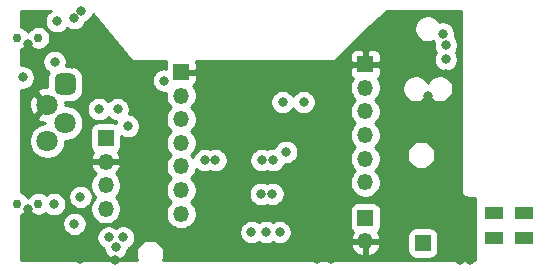
<source format=gbr>
%TF.GenerationSoftware,KiCad,Pcbnew,(5.1.6-0-10_14)*%
%TF.CreationDate,2020-10-08T00:08:50+03:00*%
%TF.ProjectId,ikea-fyrtur,696b6561-2d66-4797-9274-75722e6b6963,rev?*%
%TF.SameCoordinates,Original*%
%TF.FileFunction,Copper,L2,Inr*%
%TF.FilePolarity,Positive*%
%FSLAX46Y46*%
G04 Gerber Fmt 4.6, Leading zero omitted, Abs format (unit mm)*
G04 Created by KiCad (PCBNEW (5.1.6-0-10_14)) date 2020-10-08 00:08:50*
%MOMM*%
%LPD*%
G01*
G04 APERTURE LIST*
%TA.AperFunction,WasherPad*%
%ADD10C,0.750000*%
%TD*%
%TA.AperFunction,ViaPad*%
%ADD11R,1.500000X1.100000*%
%TD*%
%TA.AperFunction,ViaPad*%
%ADD12C,1.800000*%
%TD*%
%TA.AperFunction,ViaPad*%
%ADD13R,1.350000X1.350000*%
%TD*%
%TA.AperFunction,ViaPad*%
%ADD14O,1.350000X1.350000*%
%TD*%
%TA.AperFunction,ViaPad*%
%ADD15C,0.800000*%
%TD*%
%TA.AperFunction,Conductor*%
%ADD16C,0.254000*%
%TD*%
G04 APERTURE END LIST*
D10*
%TO.N,*%
%TO.C,SW4*%
X90890500Y-78295500D03*
X92646500Y-78295500D03*
%TD*%
%TO.N,*%
%TO.C,SW3*%
X90890500Y-92329000D03*
X92646500Y-92329000D03*
%TD*%
D11*
%TO.N,GND*%
%TO.C,J2*%
X133794500Y-95250000D03*
%TO.N,RXD2*%
X133794500Y-93091000D03*
%TO.N,TXD2*%
X131254500Y-95250000D03*
%TO.N,+7.5V*%
X131254500Y-93091000D03*
%TD*%
%TO.N,Net-(D1-Pad4)*%
%TO.C,D1*%
%TA.AperFunction,ViaPad*%
G36*
G01*
X94495200Y-81294400D02*
X95395200Y-81294400D01*
G75*
G02*
X95845200Y-81744400I0J-450000D01*
G01*
X95845200Y-82644400D01*
G75*
G02*
X95395200Y-83094400I-450000J0D01*
G01*
X94495200Y-83094400D01*
G75*
G02*
X94045200Y-82644400I0J450000D01*
G01*
X94045200Y-81744400D01*
G75*
G02*
X94495200Y-81294400I450000J0D01*
G01*
G37*
%TD.AperFunction*%
D12*
%TO.N,GND*%
X93421200Y-83972400D03*
%TO.N,+3V3*%
X94945200Y-85496400D03*
%TO.N,Net-(D1-Pad1)*%
X93421200Y-87020400D03*
%TD*%
D13*
%TO.N,GPIO15*%
%TO.C,J8*%
X125222000Y-95656400D03*
%TD*%
D14*
%TO.N,SDA*%
%TO.C,J6*%
X98348800Y-92766400D03*
%TO.N,SCL*%
X98348800Y-90766400D03*
%TO.N,GND*%
X98348800Y-88766400D03*
D13*
%TO.N,+3V3*%
X98348800Y-86766400D03*
%TD*%
D14*
%TO.N,GND*%
%TO.C,J5*%
X120345200Y-95522800D03*
D13*
%TO.N,EXT_V*%
X120345200Y-93522800D03*
%TD*%
D14*
%TO.N,RTS*%
%TO.C,J4*%
X120345200Y-90518000D03*
%TO.N,TXD0*%
X120345200Y-88518000D03*
%TO.N,RXD0*%
X120345200Y-86518000D03*
%TO.N,VIN*%
X120345200Y-84518000D03*
%TO.N,CTS_DTR*%
X120345200Y-82518000D03*
D13*
%TO.N,GND*%
X120345200Y-80518000D03*
%TD*%
D14*
%TO.N,LED*%
%TO.C,J1*%
X104749600Y-93178400D03*
%TO.N,GPIO0_BTN_DOWN*%
X104749600Y-91178400D03*
%TO.N,TXD2*%
X104749600Y-89178400D03*
%TO.N,RXD2*%
X104749600Y-87178400D03*
%TO.N,BTN_UP*%
X104749600Y-85178400D03*
%TO.N,+3V3*%
X104749600Y-83178400D03*
D13*
%TO.N,GND*%
X104749600Y-81178400D03*
%TD*%
D15*
%TO.N,EN*%
X100228400Y-85750400D03*
%TO.N,GND*%
X91592400Y-95808800D03*
X125628400Y-83210400D03*
X91795600Y-92811600D03*
X91795600Y-78790800D03*
X99161600Y-97078800D03*
X96215200Y-97028000D03*
X127203200Y-81330800D03*
X96367600Y-80568800D03*
X95504000Y-80518000D03*
X129235200Y-97078800D03*
X129235200Y-96164400D03*
X128320800Y-97078800D03*
X128320800Y-96164400D03*
X110083600Y-91490800D03*
X109220000Y-91490800D03*
X109118400Y-88646000D03*
X107746800Y-94030800D03*
X106680000Y-94030800D03*
X109982000Y-88646000D03*
X117449600Y-97028000D03*
X115824000Y-96164400D03*
X116230400Y-97028000D03*
X123037600Y-87274400D03*
X122986800Y-89052400D03*
%TO.N,+3V3*%
X97790000Y-84328000D03*
X95707200Y-94030800D03*
X99212400Y-96012000D03*
X98614200Y-95187800D03*
X99833400Y-95187800D03*
X113334800Y-83718400D03*
X95656400Y-76606400D03*
X112522000Y-88646000D03*
X111556800Y-88646000D03*
X107645200Y-88646000D03*
X106781600Y-88646000D03*
X112471200Y-91490800D03*
X111506000Y-91490800D03*
X113080800Y-94742000D03*
X111912400Y-94742000D03*
X110693200Y-94742000D03*
X96266000Y-75996800D03*
X91338400Y-81635600D03*
%TO.N,TXD0*%
X127152400Y-80111600D03*
%TO.N,RST*%
X103305833Y-81910967D03*
%TO.N,Net-(R11-Pad1)*%
X93980000Y-92354400D03*
%TO.N,Net-(R10-Pad2)*%
X94030800Y-80314800D03*
%TO.N,Net-(R14-Pad2)*%
X115112800Y-83718400D03*
%TO.N,LED*%
X96215200Y-91744800D03*
%TO.N,BTN_UP*%
X94234000Y-76860400D03*
%TO.N,GPIO0_BTN_DOWN*%
X113639600Y-87934800D03*
%TO.N,SCL*%
X99364800Y-84328000D03*
%TO.N,VIN*%
X127152400Y-78892400D03*
X126898400Y-77927200D03*
%TD*%
D16*
%TO.N,GND*%
G36*
X93574226Y-76056463D02*
G01*
X93430063Y-76200626D01*
X93316795Y-76370144D01*
X93238774Y-76558502D01*
X93199000Y-76758461D01*
X93199000Y-76962339D01*
X93238774Y-77162298D01*
X93316795Y-77350656D01*
X93430063Y-77520174D01*
X93574226Y-77664337D01*
X93743744Y-77777605D01*
X93932102Y-77855626D01*
X94132061Y-77895400D01*
X94335939Y-77895400D01*
X94535898Y-77855626D01*
X94724256Y-77777605D01*
X94893774Y-77664337D01*
X95037937Y-77520174D01*
X95075924Y-77463322D01*
X95166144Y-77523605D01*
X95354502Y-77601626D01*
X95554461Y-77641400D01*
X95758339Y-77641400D01*
X95958298Y-77601626D01*
X96146656Y-77523605D01*
X96316174Y-77410337D01*
X96460337Y-77266174D01*
X96573605Y-77096656D01*
X96627103Y-76967503D01*
X96756256Y-76914005D01*
X96925774Y-76800737D01*
X97069937Y-76656574D01*
X97183205Y-76487056D01*
X97261226Y-76298698D01*
X97264278Y-76283355D01*
X100485996Y-80192373D01*
X100503637Y-80209940D01*
X100524366Y-80223729D01*
X100547387Y-80233208D01*
X100584000Y-80238600D01*
X103496120Y-80238600D01*
X103485098Y-80259220D01*
X103448788Y-80378918D01*
X103436528Y-80503400D01*
X103439518Y-80882282D01*
X103407772Y-80875967D01*
X103203894Y-80875967D01*
X103003935Y-80915741D01*
X102815577Y-80993762D01*
X102646059Y-81107030D01*
X102501896Y-81251193D01*
X102388628Y-81420711D01*
X102310607Y-81609069D01*
X102270833Y-81809028D01*
X102270833Y-82012906D01*
X102310607Y-82212865D01*
X102388628Y-82401223D01*
X102501896Y-82570741D01*
X102646059Y-82714904D01*
X102815577Y-82828172D01*
X103003935Y-82906193D01*
X103203894Y-82945967D01*
X103407772Y-82945967D01*
X103462328Y-82935115D01*
X103439600Y-83049376D01*
X103439600Y-83307424D01*
X103489942Y-83560513D01*
X103588693Y-83798918D01*
X103732056Y-84013477D01*
X103896979Y-84178400D01*
X103732056Y-84343323D01*
X103588693Y-84557882D01*
X103489942Y-84796287D01*
X103439600Y-85049376D01*
X103439600Y-85307424D01*
X103489942Y-85560513D01*
X103588693Y-85798918D01*
X103732056Y-86013477D01*
X103896979Y-86178400D01*
X103732056Y-86343323D01*
X103588693Y-86557882D01*
X103489942Y-86796287D01*
X103439600Y-87049376D01*
X103439600Y-87307424D01*
X103489942Y-87560513D01*
X103588693Y-87798918D01*
X103732056Y-88013477D01*
X103896979Y-88178400D01*
X103732056Y-88343323D01*
X103588693Y-88557882D01*
X103489942Y-88796287D01*
X103439600Y-89049376D01*
X103439600Y-89307424D01*
X103489942Y-89560513D01*
X103588693Y-89798918D01*
X103732056Y-90013477D01*
X103896979Y-90178400D01*
X103732056Y-90343323D01*
X103588693Y-90557882D01*
X103489942Y-90796287D01*
X103439600Y-91049376D01*
X103439600Y-91307424D01*
X103489942Y-91560513D01*
X103588693Y-91798918D01*
X103732056Y-92013477D01*
X103896979Y-92178400D01*
X103732056Y-92343323D01*
X103588693Y-92557882D01*
X103489942Y-92796287D01*
X103439600Y-93049376D01*
X103439600Y-93307424D01*
X103489942Y-93560513D01*
X103588693Y-93798918D01*
X103732056Y-94013477D01*
X103914523Y-94195944D01*
X104129082Y-94339307D01*
X104367487Y-94438058D01*
X104620576Y-94488400D01*
X104878624Y-94488400D01*
X105131713Y-94438058D01*
X105370118Y-94339307D01*
X105584677Y-94195944D01*
X105767144Y-94013477D01*
X105910507Y-93798918D01*
X106009258Y-93560513D01*
X106059600Y-93307424D01*
X106059600Y-93049376D01*
X106019505Y-92847800D01*
X119032128Y-92847800D01*
X119032128Y-94197800D01*
X119044388Y-94322282D01*
X119080698Y-94441980D01*
X119139663Y-94552294D01*
X119219015Y-94648985D01*
X119312759Y-94725919D01*
X119215727Y-94859171D01*
X119107962Y-95092272D01*
X119077290Y-95193400D01*
X119200976Y-95395800D01*
X120218200Y-95395800D01*
X120218200Y-95375800D01*
X120472200Y-95375800D01*
X120472200Y-95395800D01*
X121489424Y-95395800D01*
X121613110Y-95193400D01*
X121582438Y-95092272D01*
X121531181Y-94981400D01*
X123908928Y-94981400D01*
X123908928Y-96331400D01*
X123921188Y-96455882D01*
X123957498Y-96575580D01*
X124016463Y-96685894D01*
X124095815Y-96782585D01*
X124192506Y-96861937D01*
X124302820Y-96920902D01*
X124422518Y-96957212D01*
X124547000Y-96969472D01*
X125897000Y-96969472D01*
X126021482Y-96957212D01*
X126141180Y-96920902D01*
X126251494Y-96861937D01*
X126348185Y-96782585D01*
X126427537Y-96685894D01*
X126486502Y-96575580D01*
X126522812Y-96455882D01*
X126535072Y-96331400D01*
X126535072Y-94981400D01*
X126522812Y-94856918D01*
X126486502Y-94737220D01*
X126427537Y-94626906D01*
X126348185Y-94530215D01*
X126251494Y-94450863D01*
X126141180Y-94391898D01*
X126021482Y-94355588D01*
X125897000Y-94343328D01*
X124547000Y-94343328D01*
X124422518Y-94355588D01*
X124302820Y-94391898D01*
X124192506Y-94450863D01*
X124095815Y-94530215D01*
X124016463Y-94626906D01*
X123957498Y-94737220D01*
X123921188Y-94856918D01*
X123908928Y-94981400D01*
X121531181Y-94981400D01*
X121474673Y-94859171D01*
X121377641Y-94725919D01*
X121471385Y-94648985D01*
X121550737Y-94552294D01*
X121609702Y-94441980D01*
X121646012Y-94322282D01*
X121658272Y-94197800D01*
X121658272Y-92847800D01*
X121646012Y-92723318D01*
X121609702Y-92603620D01*
X121550737Y-92493306D01*
X121471385Y-92396615D01*
X121374694Y-92317263D01*
X121264380Y-92258298D01*
X121144682Y-92221988D01*
X121020200Y-92209728D01*
X119670200Y-92209728D01*
X119545718Y-92221988D01*
X119426020Y-92258298D01*
X119315706Y-92317263D01*
X119219015Y-92396615D01*
X119139663Y-92493306D01*
X119080698Y-92603620D01*
X119044388Y-92723318D01*
X119032128Y-92847800D01*
X106019505Y-92847800D01*
X106009258Y-92796287D01*
X105910507Y-92557882D01*
X105767144Y-92343323D01*
X105602221Y-92178400D01*
X105767144Y-92013477D01*
X105910507Y-91798918D01*
X106009258Y-91560513D01*
X106043401Y-91388861D01*
X110471000Y-91388861D01*
X110471000Y-91592739D01*
X110510774Y-91792698D01*
X110588795Y-91981056D01*
X110702063Y-92150574D01*
X110846226Y-92294737D01*
X111015744Y-92408005D01*
X111204102Y-92486026D01*
X111404061Y-92525800D01*
X111607939Y-92525800D01*
X111807898Y-92486026D01*
X111988600Y-92411176D01*
X112169302Y-92486026D01*
X112369261Y-92525800D01*
X112573139Y-92525800D01*
X112773098Y-92486026D01*
X112961456Y-92408005D01*
X113130974Y-92294737D01*
X113275137Y-92150574D01*
X113388405Y-91981056D01*
X113466426Y-91792698D01*
X113506200Y-91592739D01*
X113506200Y-91388861D01*
X113466426Y-91188902D01*
X113388405Y-91000544D01*
X113275137Y-90831026D01*
X113130974Y-90686863D01*
X112961456Y-90573595D01*
X112773098Y-90495574D01*
X112573139Y-90455800D01*
X112369261Y-90455800D01*
X112169302Y-90495574D01*
X111988600Y-90570424D01*
X111807898Y-90495574D01*
X111607939Y-90455800D01*
X111404061Y-90455800D01*
X111204102Y-90495574D01*
X111015744Y-90573595D01*
X110846226Y-90686863D01*
X110702063Y-90831026D01*
X110588795Y-91000544D01*
X110510774Y-91188902D01*
X110471000Y-91388861D01*
X106043401Y-91388861D01*
X106059600Y-91307424D01*
X106059600Y-91049376D01*
X106009258Y-90796287D01*
X105910507Y-90557882D01*
X105767144Y-90343323D01*
X105602221Y-90178400D01*
X105767144Y-90013477D01*
X105910507Y-89798918D01*
X106009258Y-89560513D01*
X106046280Y-89374391D01*
X106121826Y-89449937D01*
X106291344Y-89563205D01*
X106479702Y-89641226D01*
X106679661Y-89681000D01*
X106883539Y-89681000D01*
X107083498Y-89641226D01*
X107213400Y-89587418D01*
X107343302Y-89641226D01*
X107543261Y-89681000D01*
X107747139Y-89681000D01*
X107947098Y-89641226D01*
X108135456Y-89563205D01*
X108304974Y-89449937D01*
X108449137Y-89305774D01*
X108562405Y-89136256D01*
X108640426Y-88947898D01*
X108680200Y-88747939D01*
X108680200Y-88544061D01*
X110521800Y-88544061D01*
X110521800Y-88747939D01*
X110561574Y-88947898D01*
X110639595Y-89136256D01*
X110752863Y-89305774D01*
X110897026Y-89449937D01*
X111066544Y-89563205D01*
X111254902Y-89641226D01*
X111454861Y-89681000D01*
X111658739Y-89681000D01*
X111858698Y-89641226D01*
X112039400Y-89566376D01*
X112220102Y-89641226D01*
X112420061Y-89681000D01*
X112623939Y-89681000D01*
X112823898Y-89641226D01*
X113012256Y-89563205D01*
X113181774Y-89449937D01*
X113325937Y-89305774D01*
X113439205Y-89136256D01*
X113510400Y-88964377D01*
X113537661Y-88969800D01*
X113741539Y-88969800D01*
X113941498Y-88930026D01*
X114129856Y-88852005D01*
X114299374Y-88738737D01*
X114443537Y-88594574D01*
X114556805Y-88425056D01*
X114634826Y-88236698D01*
X114674600Y-88036739D01*
X114674600Y-87832861D01*
X114634826Y-87632902D01*
X114556805Y-87444544D01*
X114443537Y-87275026D01*
X114299374Y-87130863D01*
X114129856Y-87017595D01*
X113941498Y-86939574D01*
X113741539Y-86899800D01*
X113537661Y-86899800D01*
X113337702Y-86939574D01*
X113149344Y-87017595D01*
X112979826Y-87130863D01*
X112835663Y-87275026D01*
X112722395Y-87444544D01*
X112651200Y-87616423D01*
X112623939Y-87611000D01*
X112420061Y-87611000D01*
X112220102Y-87650774D01*
X112039400Y-87725624D01*
X111858698Y-87650774D01*
X111658739Y-87611000D01*
X111454861Y-87611000D01*
X111254902Y-87650774D01*
X111066544Y-87728795D01*
X110897026Y-87842063D01*
X110752863Y-87986226D01*
X110639595Y-88155744D01*
X110561574Y-88344102D01*
X110521800Y-88544061D01*
X108680200Y-88544061D01*
X108640426Y-88344102D01*
X108562405Y-88155744D01*
X108449137Y-87986226D01*
X108304974Y-87842063D01*
X108135456Y-87728795D01*
X107947098Y-87650774D01*
X107747139Y-87611000D01*
X107543261Y-87611000D01*
X107343302Y-87650774D01*
X107213400Y-87704582D01*
X107083498Y-87650774D01*
X106883539Y-87611000D01*
X106679661Y-87611000D01*
X106479702Y-87650774D01*
X106291344Y-87728795D01*
X106121826Y-87842063D01*
X105977663Y-87986226D01*
X105864395Y-88155744D01*
X105786374Y-88344102D01*
X105782082Y-88365679D01*
X105767144Y-88343323D01*
X105602221Y-88178400D01*
X105767144Y-88013477D01*
X105910507Y-87798918D01*
X106009258Y-87560513D01*
X106059600Y-87307424D01*
X106059600Y-87049376D01*
X106009258Y-86796287D01*
X105910507Y-86557882D01*
X105767144Y-86343323D01*
X105602221Y-86178400D01*
X105767144Y-86013477D01*
X105910507Y-85798918D01*
X106009258Y-85560513D01*
X106059600Y-85307424D01*
X106059600Y-85049376D01*
X106009258Y-84796287D01*
X105910507Y-84557882D01*
X105767144Y-84343323D01*
X105602221Y-84178400D01*
X105767144Y-84013477D01*
X105910507Y-83798918D01*
X105986083Y-83616461D01*
X112299800Y-83616461D01*
X112299800Y-83820339D01*
X112339574Y-84020298D01*
X112417595Y-84208656D01*
X112530863Y-84378174D01*
X112675026Y-84522337D01*
X112844544Y-84635605D01*
X113032902Y-84713626D01*
X113232861Y-84753400D01*
X113436739Y-84753400D01*
X113636698Y-84713626D01*
X113825056Y-84635605D01*
X113994574Y-84522337D01*
X114138737Y-84378174D01*
X114223800Y-84250868D01*
X114308863Y-84378174D01*
X114453026Y-84522337D01*
X114622544Y-84635605D01*
X114810902Y-84713626D01*
X115010861Y-84753400D01*
X115214739Y-84753400D01*
X115414698Y-84713626D01*
X115603056Y-84635605D01*
X115772574Y-84522337D01*
X115916737Y-84378174D01*
X116030005Y-84208656D01*
X116108026Y-84020298D01*
X116147800Y-83820339D01*
X116147800Y-83616461D01*
X116108026Y-83416502D01*
X116030005Y-83228144D01*
X115916737Y-83058626D01*
X115772574Y-82914463D01*
X115603056Y-82801195D01*
X115414698Y-82723174D01*
X115214739Y-82683400D01*
X115010861Y-82683400D01*
X114810902Y-82723174D01*
X114622544Y-82801195D01*
X114453026Y-82914463D01*
X114308863Y-83058626D01*
X114223800Y-83185932D01*
X114138737Y-83058626D01*
X113994574Y-82914463D01*
X113825056Y-82801195D01*
X113636698Y-82723174D01*
X113436739Y-82683400D01*
X113232861Y-82683400D01*
X113032902Y-82723174D01*
X112844544Y-82801195D01*
X112675026Y-82914463D01*
X112530863Y-83058626D01*
X112417595Y-83228144D01*
X112339574Y-83416502D01*
X112299800Y-83616461D01*
X105986083Y-83616461D01*
X106009258Y-83560513D01*
X106059600Y-83307424D01*
X106059600Y-83049376D01*
X106009258Y-82796287D01*
X105910507Y-82557882D01*
X105788903Y-82375887D01*
X105875785Y-82304585D01*
X105955137Y-82207894D01*
X106014102Y-82097580D01*
X106050412Y-81977882D01*
X106062672Y-81853400D01*
X106059600Y-81464150D01*
X105900850Y-81305400D01*
X104876600Y-81305400D01*
X104876600Y-81325400D01*
X104622600Y-81325400D01*
X104622600Y-81305400D01*
X104602600Y-81305400D01*
X104602600Y-81193000D01*
X119032128Y-81193000D01*
X119044388Y-81317482D01*
X119080698Y-81437180D01*
X119139663Y-81547494D01*
X119219015Y-81644185D01*
X119305897Y-81715487D01*
X119184293Y-81897482D01*
X119085542Y-82135887D01*
X119035200Y-82388976D01*
X119035200Y-82647024D01*
X119085542Y-82900113D01*
X119184293Y-83138518D01*
X119327656Y-83353077D01*
X119492579Y-83518000D01*
X119327656Y-83682923D01*
X119184293Y-83897482D01*
X119085542Y-84135887D01*
X119035200Y-84388976D01*
X119035200Y-84647024D01*
X119085542Y-84900113D01*
X119184293Y-85138518D01*
X119327656Y-85353077D01*
X119492579Y-85518000D01*
X119327656Y-85682923D01*
X119184293Y-85897482D01*
X119085542Y-86135887D01*
X119035200Y-86388976D01*
X119035200Y-86647024D01*
X119085542Y-86900113D01*
X119184293Y-87138518D01*
X119327656Y-87353077D01*
X119492579Y-87518000D01*
X119327656Y-87682923D01*
X119184293Y-87897482D01*
X119085542Y-88135887D01*
X119035200Y-88388976D01*
X119035200Y-88647024D01*
X119085542Y-88900113D01*
X119184293Y-89138518D01*
X119327656Y-89353077D01*
X119492579Y-89518000D01*
X119327656Y-89682923D01*
X119184293Y-89897482D01*
X119085542Y-90135887D01*
X119035200Y-90388976D01*
X119035200Y-90647024D01*
X119085542Y-90900113D01*
X119184293Y-91138518D01*
X119327656Y-91353077D01*
X119510123Y-91535544D01*
X119724682Y-91678907D01*
X119963087Y-91777658D01*
X120216176Y-91828000D01*
X120474224Y-91828000D01*
X120727313Y-91777658D01*
X120965718Y-91678907D01*
X121180277Y-91535544D01*
X121362744Y-91353077D01*
X121506107Y-91138518D01*
X121604858Y-90900113D01*
X121655200Y-90647024D01*
X121655200Y-90388976D01*
X121604858Y-90135887D01*
X121506107Y-89897482D01*
X121362744Y-89682923D01*
X121197821Y-89518000D01*
X121362744Y-89353077D01*
X121506107Y-89138518D01*
X121604858Y-88900113D01*
X121655200Y-88647024D01*
X121655200Y-88388976D01*
X121604858Y-88135887D01*
X121577371Y-88069527D01*
X123858600Y-88069527D01*
X123858600Y-88308073D01*
X123905138Y-88542036D01*
X123996425Y-88762424D01*
X124128954Y-88960768D01*
X124297632Y-89129446D01*
X124495976Y-89261975D01*
X124716364Y-89353262D01*
X124950327Y-89399800D01*
X125188873Y-89399800D01*
X125422836Y-89353262D01*
X125643224Y-89261975D01*
X125841568Y-89129446D01*
X126010246Y-88960768D01*
X126142775Y-88762424D01*
X126234062Y-88542036D01*
X126280600Y-88308073D01*
X126280600Y-88069527D01*
X126234062Y-87835564D01*
X126142775Y-87615176D01*
X126010246Y-87416832D01*
X125841568Y-87248154D01*
X125643224Y-87115625D01*
X125422836Y-87024338D01*
X125188873Y-86977800D01*
X124950327Y-86977800D01*
X124716364Y-87024338D01*
X124495976Y-87115625D01*
X124297632Y-87248154D01*
X124128954Y-87416832D01*
X123996425Y-87615176D01*
X123905138Y-87835564D01*
X123858600Y-88069527D01*
X121577371Y-88069527D01*
X121506107Y-87897482D01*
X121362744Y-87682923D01*
X121197821Y-87518000D01*
X121362744Y-87353077D01*
X121506107Y-87138518D01*
X121604858Y-86900113D01*
X121655200Y-86647024D01*
X121655200Y-86388976D01*
X121604858Y-86135887D01*
X121506107Y-85897482D01*
X121362744Y-85682923D01*
X121197821Y-85518000D01*
X121362744Y-85353077D01*
X121506107Y-85138518D01*
X121604858Y-84900113D01*
X121655200Y-84647024D01*
X121655200Y-84388976D01*
X121604858Y-84135887D01*
X121506107Y-83897482D01*
X121362744Y-83682923D01*
X121197821Y-83518000D01*
X121362744Y-83353077D01*
X121506107Y-83138518D01*
X121604858Y-82900113D01*
X121655200Y-82647024D01*
X121655200Y-82489475D01*
X123482100Y-82489475D01*
X123482100Y-82712125D01*
X123525537Y-82930496D01*
X123610741Y-83136198D01*
X123734439Y-83321324D01*
X123891876Y-83478761D01*
X124077002Y-83602459D01*
X124282704Y-83687663D01*
X124501075Y-83731100D01*
X124723725Y-83731100D01*
X124942096Y-83687663D01*
X125147798Y-83602459D01*
X125332924Y-83478761D01*
X125490361Y-83321324D01*
X125614059Y-83136198D01*
X125628400Y-83101576D01*
X125642741Y-83136198D01*
X125766439Y-83321324D01*
X125923876Y-83478761D01*
X126109002Y-83602459D01*
X126314704Y-83687663D01*
X126533075Y-83731100D01*
X126755725Y-83731100D01*
X126974096Y-83687663D01*
X127179798Y-83602459D01*
X127364924Y-83478761D01*
X127522361Y-83321324D01*
X127646059Y-83136198D01*
X127731263Y-82930496D01*
X127774700Y-82712125D01*
X127774700Y-82489475D01*
X127731263Y-82271104D01*
X127646059Y-82065402D01*
X127522361Y-81880276D01*
X127364924Y-81722839D01*
X127179798Y-81599141D01*
X126974096Y-81513937D01*
X126755725Y-81470500D01*
X126533075Y-81470500D01*
X126314704Y-81513937D01*
X126109002Y-81599141D01*
X125923876Y-81722839D01*
X125766439Y-81880276D01*
X125642741Y-82065402D01*
X125628400Y-82100024D01*
X125614059Y-82065402D01*
X125490361Y-81880276D01*
X125332924Y-81722839D01*
X125147798Y-81599141D01*
X124942096Y-81513937D01*
X124723725Y-81470500D01*
X124501075Y-81470500D01*
X124282704Y-81513937D01*
X124077002Y-81599141D01*
X123891876Y-81722839D01*
X123734439Y-81880276D01*
X123610741Y-82065402D01*
X123525537Y-82271104D01*
X123482100Y-82489475D01*
X121655200Y-82489475D01*
X121655200Y-82388976D01*
X121604858Y-82135887D01*
X121506107Y-81897482D01*
X121384503Y-81715487D01*
X121471385Y-81644185D01*
X121550737Y-81547494D01*
X121609702Y-81437180D01*
X121646012Y-81317482D01*
X121658272Y-81193000D01*
X121655200Y-80803750D01*
X121496450Y-80645000D01*
X120472200Y-80645000D01*
X120472200Y-80665000D01*
X120218200Y-80665000D01*
X120218200Y-80645000D01*
X119193950Y-80645000D01*
X119035200Y-80803750D01*
X119032128Y-81193000D01*
X104602600Y-81193000D01*
X104602600Y-81051400D01*
X104622600Y-81051400D01*
X104622600Y-81031400D01*
X104876600Y-81031400D01*
X104876600Y-81051400D01*
X105900850Y-81051400D01*
X106059600Y-80892650D01*
X106062672Y-80503400D01*
X106050412Y-80378918D01*
X106014102Y-80259220D01*
X106003080Y-80238600D01*
X117703600Y-80238600D01*
X117728376Y-80236160D01*
X117752201Y-80228933D01*
X117774157Y-80217197D01*
X117791885Y-80202895D01*
X118164049Y-79843000D01*
X119032128Y-79843000D01*
X119035200Y-80232250D01*
X119193950Y-80391000D01*
X120218200Y-80391000D01*
X120218200Y-79366750D01*
X120472200Y-79366750D01*
X120472200Y-80391000D01*
X121496450Y-80391000D01*
X121655200Y-80232250D01*
X121658272Y-79843000D01*
X121646012Y-79718518D01*
X121609702Y-79598820D01*
X121550737Y-79488506D01*
X121471385Y-79391815D01*
X121374694Y-79312463D01*
X121264380Y-79253498D01*
X121144682Y-79217188D01*
X121020200Y-79204928D01*
X120630950Y-79208000D01*
X120472200Y-79366750D01*
X120218200Y-79366750D01*
X120059450Y-79208000D01*
X119670200Y-79204928D01*
X119545718Y-79217188D01*
X119426020Y-79253498D01*
X119315706Y-79312463D01*
X119219015Y-79391815D01*
X119139663Y-79488506D01*
X119080698Y-79598820D01*
X119044388Y-79718518D01*
X119032128Y-79843000D01*
X118164049Y-79843000D01*
X120680535Y-77409475D01*
X124498100Y-77409475D01*
X124498100Y-77632125D01*
X124541537Y-77850496D01*
X124626741Y-78056198D01*
X124750439Y-78241324D01*
X124907876Y-78398761D01*
X125093002Y-78522459D01*
X125298704Y-78607663D01*
X125517075Y-78651100D01*
X125739725Y-78651100D01*
X125958096Y-78607663D01*
X126075730Y-78558938D01*
X126094463Y-78586974D01*
X126147355Y-78639866D01*
X126117400Y-78790461D01*
X126117400Y-78994339D01*
X126157174Y-79194298D01*
X126235195Y-79382656D01*
X126314938Y-79502000D01*
X126235195Y-79621344D01*
X126157174Y-79809702D01*
X126117400Y-80009661D01*
X126117400Y-80213539D01*
X126157174Y-80413498D01*
X126235195Y-80601856D01*
X126348463Y-80771374D01*
X126492626Y-80915537D01*
X126662144Y-81028805D01*
X126850502Y-81106826D01*
X127050461Y-81146600D01*
X127254339Y-81146600D01*
X127454298Y-81106826D01*
X127642656Y-81028805D01*
X127812174Y-80915537D01*
X127956337Y-80771374D01*
X128069605Y-80601856D01*
X128147626Y-80413498D01*
X128187400Y-80213539D01*
X128187400Y-80009661D01*
X128147626Y-79809702D01*
X128069605Y-79621344D01*
X127989862Y-79502000D01*
X128069605Y-79382656D01*
X128147626Y-79194298D01*
X128187400Y-78994339D01*
X128187400Y-78790461D01*
X128147626Y-78590502D01*
X128069605Y-78402144D01*
X127956337Y-78232626D01*
X127903445Y-78179734D01*
X127933400Y-78029139D01*
X127933400Y-77825261D01*
X127893626Y-77625302D01*
X127815605Y-77436944D01*
X127702337Y-77267426D01*
X127558174Y-77123263D01*
X127388656Y-77009995D01*
X127200298Y-76931974D01*
X127000339Y-76892200D01*
X126796461Y-76892200D01*
X126596502Y-76931974D01*
X126594824Y-76932669D01*
X126506361Y-76800276D01*
X126348924Y-76642839D01*
X126163798Y-76519141D01*
X125958096Y-76433937D01*
X125739725Y-76390500D01*
X125517075Y-76390500D01*
X125298704Y-76433937D01*
X125093002Y-76519141D01*
X124907876Y-76642839D01*
X124750439Y-76800276D01*
X124626741Y-76985402D01*
X124541537Y-77191104D01*
X124498100Y-77409475D01*
X120680535Y-77409475D01*
X122168049Y-75971000D01*
X128435501Y-75971000D01*
X128435500Y-91153581D01*
X128432307Y-91186000D01*
X128445050Y-91315383D01*
X128482790Y-91439793D01*
X128544075Y-91554450D01*
X128626552Y-91654948D01*
X128727050Y-91737425D01*
X128841707Y-91798710D01*
X128966117Y-91836450D01*
X129095500Y-91849193D01*
X129127919Y-91846000D01*
X129667000Y-91846000D01*
X129667000Y-97130000D01*
X103187150Y-97130000D01*
X103272462Y-96924036D01*
X103319000Y-96690073D01*
X103319000Y-96451527D01*
X103272462Y-96217564D01*
X103181175Y-95997176D01*
X103084306Y-95852200D01*
X119077290Y-95852200D01*
X119107962Y-95953328D01*
X119215727Y-96186429D01*
X119366897Y-96394027D01*
X119555663Y-96568144D01*
X119774770Y-96702089D01*
X120015799Y-96790715D01*
X120218200Y-96667885D01*
X120218200Y-95649800D01*
X120472200Y-95649800D01*
X120472200Y-96667885D01*
X120674601Y-96790715D01*
X120915630Y-96702089D01*
X121134737Y-96568144D01*
X121323503Y-96394027D01*
X121474673Y-96186429D01*
X121582438Y-95953328D01*
X121613110Y-95852200D01*
X121489424Y-95649800D01*
X120472200Y-95649800D01*
X120218200Y-95649800D01*
X119200976Y-95649800D01*
X119077290Y-95852200D01*
X103084306Y-95852200D01*
X103048646Y-95798832D01*
X102879968Y-95630154D01*
X102681624Y-95497625D01*
X102461236Y-95406338D01*
X102227273Y-95359800D01*
X101988727Y-95359800D01*
X101754764Y-95406338D01*
X101534376Y-95497625D01*
X101336032Y-95630154D01*
X101167354Y-95798832D01*
X101034825Y-95997176D01*
X100943538Y-96217564D01*
X100897000Y-96451527D01*
X100897000Y-96690073D01*
X100943538Y-96924036D01*
X101028850Y-97130000D01*
X91211000Y-97130000D01*
X91211000Y-95085861D01*
X97579200Y-95085861D01*
X97579200Y-95289739D01*
X97618974Y-95489698D01*
X97696995Y-95678056D01*
X97810263Y-95847574D01*
X97954426Y-95991737D01*
X98123944Y-96105005D01*
X98180263Y-96128333D01*
X98217174Y-96313898D01*
X98295195Y-96502256D01*
X98408463Y-96671774D01*
X98552626Y-96815937D01*
X98722144Y-96929205D01*
X98910502Y-97007226D01*
X99110461Y-97047000D01*
X99314339Y-97047000D01*
X99514298Y-97007226D01*
X99702656Y-96929205D01*
X99872174Y-96815937D01*
X100016337Y-96671774D01*
X100129605Y-96502256D01*
X100207626Y-96313898D01*
X100242490Y-96138625D01*
X100323656Y-96105005D01*
X100493174Y-95991737D01*
X100637337Y-95847574D01*
X100750605Y-95678056D01*
X100828626Y-95489698D01*
X100868400Y-95289739D01*
X100868400Y-95085861D01*
X100828626Y-94885902D01*
X100750605Y-94697544D01*
X100712197Y-94640061D01*
X109658200Y-94640061D01*
X109658200Y-94843939D01*
X109697974Y-95043898D01*
X109775995Y-95232256D01*
X109889263Y-95401774D01*
X110033426Y-95545937D01*
X110202944Y-95659205D01*
X110391302Y-95737226D01*
X110591261Y-95777000D01*
X110795139Y-95777000D01*
X110995098Y-95737226D01*
X111183456Y-95659205D01*
X111302800Y-95579462D01*
X111422144Y-95659205D01*
X111610502Y-95737226D01*
X111810461Y-95777000D01*
X112014339Y-95777000D01*
X112214298Y-95737226D01*
X112402656Y-95659205D01*
X112496600Y-95596434D01*
X112590544Y-95659205D01*
X112778902Y-95737226D01*
X112978861Y-95777000D01*
X113182739Y-95777000D01*
X113382698Y-95737226D01*
X113571056Y-95659205D01*
X113740574Y-95545937D01*
X113884737Y-95401774D01*
X113998005Y-95232256D01*
X114076026Y-95043898D01*
X114115800Y-94843939D01*
X114115800Y-94640061D01*
X114076026Y-94440102D01*
X113998005Y-94251744D01*
X113884737Y-94082226D01*
X113740574Y-93938063D01*
X113571056Y-93824795D01*
X113382698Y-93746774D01*
X113182739Y-93707000D01*
X112978861Y-93707000D01*
X112778902Y-93746774D01*
X112590544Y-93824795D01*
X112496600Y-93887566D01*
X112402656Y-93824795D01*
X112214298Y-93746774D01*
X112014339Y-93707000D01*
X111810461Y-93707000D01*
X111610502Y-93746774D01*
X111422144Y-93824795D01*
X111302800Y-93904538D01*
X111183456Y-93824795D01*
X110995098Y-93746774D01*
X110795139Y-93707000D01*
X110591261Y-93707000D01*
X110391302Y-93746774D01*
X110202944Y-93824795D01*
X110033426Y-93938063D01*
X109889263Y-94082226D01*
X109775995Y-94251744D01*
X109697974Y-94440102D01*
X109658200Y-94640061D01*
X100712197Y-94640061D01*
X100637337Y-94528026D01*
X100493174Y-94383863D01*
X100323656Y-94270595D01*
X100135298Y-94192574D01*
X99935339Y-94152800D01*
X99731461Y-94152800D01*
X99531502Y-94192574D01*
X99343144Y-94270595D01*
X99223800Y-94350338D01*
X99104456Y-94270595D01*
X98916098Y-94192574D01*
X98716139Y-94152800D01*
X98512261Y-94152800D01*
X98312302Y-94192574D01*
X98123944Y-94270595D01*
X97954426Y-94383863D01*
X97810263Y-94528026D01*
X97696995Y-94697544D01*
X97618974Y-94885902D01*
X97579200Y-95085861D01*
X91211000Y-95085861D01*
X91211000Y-93928861D01*
X94672200Y-93928861D01*
X94672200Y-94132739D01*
X94711974Y-94332698D01*
X94789995Y-94521056D01*
X94903263Y-94690574D01*
X95047426Y-94834737D01*
X95216944Y-94948005D01*
X95405302Y-95026026D01*
X95605261Y-95065800D01*
X95809139Y-95065800D01*
X96009098Y-95026026D01*
X96197456Y-94948005D01*
X96366974Y-94834737D01*
X96511137Y-94690574D01*
X96624405Y-94521056D01*
X96702426Y-94332698D01*
X96742200Y-94132739D01*
X96742200Y-93928861D01*
X96702426Y-93728902D01*
X96624405Y-93540544D01*
X96511137Y-93371026D01*
X96366974Y-93226863D01*
X96197456Y-93113595D01*
X96009098Y-93035574D01*
X95809139Y-92995800D01*
X95605261Y-92995800D01*
X95405302Y-93035574D01*
X95216944Y-93113595D01*
X95047426Y-93226863D01*
X94903263Y-93371026D01*
X94789995Y-93540544D01*
X94711974Y-93728902D01*
X94672200Y-93928861D01*
X91211000Y-93928861D01*
X91211000Y-93289460D01*
X91368914Y-93224050D01*
X91534337Y-93113518D01*
X91675018Y-92972837D01*
X91768500Y-92832931D01*
X91861982Y-92972837D01*
X92002663Y-93113518D01*
X92168086Y-93224050D01*
X92351894Y-93300186D01*
X92547024Y-93339000D01*
X92745976Y-93339000D01*
X92941106Y-93300186D01*
X93124914Y-93224050D01*
X93281387Y-93119498D01*
X93320226Y-93158337D01*
X93489744Y-93271605D01*
X93678102Y-93349626D01*
X93878061Y-93389400D01*
X94081939Y-93389400D01*
X94281898Y-93349626D01*
X94470256Y-93271605D01*
X94639774Y-93158337D01*
X94783937Y-93014174D01*
X94897205Y-92844656D01*
X94975226Y-92656298D01*
X95015000Y-92456339D01*
X95015000Y-92252461D01*
X94975226Y-92052502D01*
X94897205Y-91864144D01*
X94783937Y-91694626D01*
X94732172Y-91642861D01*
X95180200Y-91642861D01*
X95180200Y-91846739D01*
X95219974Y-92046698D01*
X95297995Y-92235056D01*
X95411263Y-92404574D01*
X95555426Y-92548737D01*
X95724944Y-92662005D01*
X95913302Y-92740026D01*
X96113261Y-92779800D01*
X96317139Y-92779800D01*
X96517098Y-92740026D01*
X96705456Y-92662005D01*
X96874974Y-92548737D01*
X97019137Y-92404574D01*
X97132405Y-92235056D01*
X97210426Y-92046698D01*
X97250200Y-91846739D01*
X97250200Y-91642861D01*
X97210426Y-91442902D01*
X97132405Y-91254544D01*
X97019137Y-91085026D01*
X96874974Y-90940863D01*
X96705456Y-90827595D01*
X96517098Y-90749574D01*
X96317139Y-90709800D01*
X96113261Y-90709800D01*
X95913302Y-90749574D01*
X95724944Y-90827595D01*
X95555426Y-90940863D01*
X95411263Y-91085026D01*
X95297995Y-91254544D01*
X95219974Y-91442902D01*
X95180200Y-91642861D01*
X94732172Y-91642861D01*
X94639774Y-91550463D01*
X94470256Y-91437195D01*
X94281898Y-91359174D01*
X94081939Y-91319400D01*
X93878061Y-91319400D01*
X93678102Y-91359174D01*
X93489744Y-91437195D01*
X93320226Y-91550463D01*
X93308272Y-91562417D01*
X93290337Y-91544482D01*
X93124914Y-91433950D01*
X92941106Y-91357814D01*
X92745976Y-91319000D01*
X92547024Y-91319000D01*
X92351894Y-91357814D01*
X92168086Y-91433950D01*
X92002663Y-91544482D01*
X91861982Y-91685163D01*
X91768500Y-91825069D01*
X91675018Y-91685163D01*
X91534337Y-91544482D01*
X91368914Y-91433950D01*
X91211000Y-91368540D01*
X91211000Y-90637376D01*
X97038800Y-90637376D01*
X97038800Y-90895424D01*
X97089142Y-91148513D01*
X97187893Y-91386918D01*
X97331256Y-91601477D01*
X97496179Y-91766400D01*
X97331256Y-91931323D01*
X97187893Y-92145882D01*
X97089142Y-92384287D01*
X97038800Y-92637376D01*
X97038800Y-92895424D01*
X97089142Y-93148513D01*
X97187893Y-93386918D01*
X97331256Y-93601477D01*
X97513723Y-93783944D01*
X97728282Y-93927307D01*
X97966687Y-94026058D01*
X98219776Y-94076400D01*
X98477824Y-94076400D01*
X98730913Y-94026058D01*
X98969318Y-93927307D01*
X99183877Y-93783944D01*
X99366344Y-93601477D01*
X99509707Y-93386918D01*
X99608458Y-93148513D01*
X99658800Y-92895424D01*
X99658800Y-92637376D01*
X99608458Y-92384287D01*
X99509707Y-92145882D01*
X99366344Y-91931323D01*
X99201421Y-91766400D01*
X99366344Y-91601477D01*
X99509707Y-91386918D01*
X99608458Y-91148513D01*
X99658800Y-90895424D01*
X99658800Y-90637376D01*
X99608458Y-90384287D01*
X99509707Y-90145882D01*
X99366344Y-89931323D01*
X99194740Y-89759719D01*
X99327103Y-89637627D01*
X99478273Y-89430029D01*
X99586038Y-89196928D01*
X99616710Y-89095800D01*
X99493024Y-88893400D01*
X98475800Y-88893400D01*
X98475800Y-88913400D01*
X98221800Y-88913400D01*
X98221800Y-88893400D01*
X97204576Y-88893400D01*
X97080890Y-89095800D01*
X97111562Y-89196928D01*
X97219327Y-89430029D01*
X97370497Y-89637627D01*
X97502860Y-89759719D01*
X97331256Y-89931323D01*
X97187893Y-90145882D01*
X97089142Y-90384287D01*
X97038800Y-90637376D01*
X91211000Y-90637376D01*
X91211000Y-86869216D01*
X91886200Y-86869216D01*
X91886200Y-87171584D01*
X91945189Y-87468143D01*
X92060901Y-87747495D01*
X92228888Y-87998905D01*
X92442695Y-88212712D01*
X92694105Y-88380699D01*
X92973457Y-88496411D01*
X93270016Y-88555400D01*
X93572384Y-88555400D01*
X93868943Y-88496411D01*
X94148295Y-88380699D01*
X94399705Y-88212712D01*
X94613512Y-87998905D01*
X94781499Y-87747495D01*
X94897211Y-87468143D01*
X94956200Y-87171584D01*
X94956200Y-87031400D01*
X95096384Y-87031400D01*
X95392943Y-86972411D01*
X95672295Y-86856699D01*
X95923705Y-86688712D01*
X96137512Y-86474905D01*
X96305499Y-86223495D01*
X96421211Y-85944143D01*
X96480200Y-85647584D01*
X96480200Y-85345216D01*
X96421211Y-85048657D01*
X96305499Y-84769305D01*
X96137512Y-84517895D01*
X95923705Y-84304088D01*
X95806930Y-84226061D01*
X96755000Y-84226061D01*
X96755000Y-84429939D01*
X96794774Y-84629898D01*
X96872795Y-84818256D01*
X96986063Y-84987774D01*
X97130226Y-85131937D01*
X97299744Y-85245205D01*
X97488102Y-85323226D01*
X97688061Y-85363000D01*
X97891939Y-85363000D01*
X98091898Y-85323226D01*
X98280256Y-85245205D01*
X98449774Y-85131937D01*
X98577400Y-85004311D01*
X98705026Y-85131937D01*
X98874544Y-85245205D01*
X99062902Y-85323226D01*
X99262861Y-85363000D01*
X99268590Y-85363000D01*
X99233174Y-85448502D01*
X99225138Y-85488902D01*
X99148282Y-85465588D01*
X99023800Y-85453328D01*
X97673800Y-85453328D01*
X97549318Y-85465588D01*
X97429620Y-85501898D01*
X97319306Y-85560863D01*
X97222615Y-85640215D01*
X97143263Y-85736906D01*
X97084298Y-85847220D01*
X97047988Y-85966918D01*
X97035728Y-86091400D01*
X97035728Y-87441400D01*
X97047988Y-87565882D01*
X97084298Y-87685580D01*
X97143263Y-87795894D01*
X97222615Y-87892585D01*
X97316359Y-87969519D01*
X97219327Y-88102771D01*
X97111562Y-88335872D01*
X97080890Y-88437000D01*
X97204576Y-88639400D01*
X98221800Y-88639400D01*
X98221800Y-88619400D01*
X98475800Y-88619400D01*
X98475800Y-88639400D01*
X99493024Y-88639400D01*
X99616710Y-88437000D01*
X99586038Y-88335872D01*
X99478273Y-88102771D01*
X99381241Y-87969519D01*
X99474985Y-87892585D01*
X99554337Y-87795894D01*
X99613302Y-87685580D01*
X99649612Y-87565882D01*
X99661872Y-87441400D01*
X99661872Y-86616642D01*
X99738144Y-86667605D01*
X99926502Y-86745626D01*
X100126461Y-86785400D01*
X100330339Y-86785400D01*
X100530298Y-86745626D01*
X100718656Y-86667605D01*
X100888174Y-86554337D01*
X101032337Y-86410174D01*
X101145605Y-86240656D01*
X101223626Y-86052298D01*
X101263400Y-85852339D01*
X101263400Y-85648461D01*
X101223626Y-85448502D01*
X101145605Y-85260144D01*
X101032337Y-85090626D01*
X100888174Y-84946463D01*
X100718656Y-84833195D01*
X100530298Y-84755174D01*
X100330339Y-84715400D01*
X100324610Y-84715400D01*
X100360026Y-84629898D01*
X100399800Y-84429939D01*
X100399800Y-84226061D01*
X100360026Y-84026102D01*
X100282005Y-83837744D01*
X100168737Y-83668226D01*
X100024574Y-83524063D01*
X99855056Y-83410795D01*
X99666698Y-83332774D01*
X99466739Y-83293000D01*
X99262861Y-83293000D01*
X99062902Y-83332774D01*
X98874544Y-83410795D01*
X98705026Y-83524063D01*
X98577400Y-83651689D01*
X98449774Y-83524063D01*
X98280256Y-83410795D01*
X98091898Y-83332774D01*
X97891939Y-83293000D01*
X97688061Y-83293000D01*
X97488102Y-83332774D01*
X97299744Y-83410795D01*
X97130226Y-83524063D01*
X96986063Y-83668226D01*
X96872795Y-83837744D01*
X96794774Y-84026102D01*
X96755000Y-84226061D01*
X95806930Y-84226061D01*
X95672295Y-84136101D01*
X95392943Y-84020389D01*
X95096384Y-83961400D01*
X94959132Y-83961400D01*
X94962191Y-83905847D01*
X94937522Y-83732472D01*
X95395200Y-83732472D01*
X95607472Y-83711565D01*
X95811587Y-83649647D01*
X95999700Y-83549099D01*
X96164583Y-83413783D01*
X96299899Y-83248900D01*
X96400447Y-83060787D01*
X96462365Y-82856672D01*
X96483272Y-82644400D01*
X96483272Y-81744400D01*
X96462365Y-81532128D01*
X96400447Y-81328013D01*
X96299899Y-81139900D01*
X96164583Y-80975017D01*
X95999700Y-80839701D01*
X95811587Y-80739153D01*
X95607472Y-80677235D01*
X95395200Y-80656328D01*
X95009611Y-80656328D01*
X95026026Y-80616698D01*
X95065800Y-80416739D01*
X95065800Y-80212861D01*
X95026026Y-80012902D01*
X94948005Y-79824544D01*
X94834737Y-79655026D01*
X94690574Y-79510863D01*
X94521056Y-79397595D01*
X94332698Y-79319574D01*
X94132739Y-79279800D01*
X93928861Y-79279800D01*
X93728902Y-79319574D01*
X93540544Y-79397595D01*
X93371026Y-79510863D01*
X93226863Y-79655026D01*
X93113595Y-79824544D01*
X93035574Y-80012902D01*
X92995800Y-80212861D01*
X92995800Y-80416739D01*
X93035574Y-80616698D01*
X93113595Y-80805056D01*
X93226863Y-80974574D01*
X93371026Y-81118737D01*
X93540544Y-81232005D01*
X93541138Y-81232251D01*
X93489953Y-81328013D01*
X93428035Y-81532128D01*
X93407128Y-81744400D01*
X93407128Y-82434299D01*
X93354647Y-82431409D01*
X93055293Y-82474003D01*
X92770001Y-82574178D01*
X92620408Y-82654139D01*
X92536725Y-82908320D01*
X93421200Y-83792795D01*
X93435343Y-83778653D01*
X93614948Y-83958258D01*
X93600805Y-83972400D01*
X93614948Y-83986543D01*
X93435343Y-84166148D01*
X93421200Y-84152005D01*
X92536725Y-85036480D01*
X92620408Y-85290661D01*
X92892975Y-85421558D01*
X93185842Y-85496765D01*
X93207018Y-85497931D01*
X92973457Y-85544389D01*
X92694105Y-85660101D01*
X92442695Y-85828088D01*
X92228888Y-86041895D01*
X92060901Y-86293305D01*
X91945189Y-86572657D01*
X91886200Y-86869216D01*
X91211000Y-86869216D01*
X91211000Y-84038953D01*
X91880209Y-84038953D01*
X91922803Y-84338307D01*
X92022978Y-84623599D01*
X92102939Y-84773192D01*
X92357120Y-84856875D01*
X93241595Y-83972400D01*
X92357120Y-83087925D01*
X92102939Y-83171608D01*
X91972042Y-83444175D01*
X91896835Y-83737042D01*
X91880209Y-84038953D01*
X91211000Y-84038953D01*
X91211000Y-82665536D01*
X91236461Y-82670600D01*
X91440339Y-82670600D01*
X91640298Y-82630826D01*
X91828656Y-82552805D01*
X91998174Y-82439537D01*
X92142337Y-82295374D01*
X92255605Y-82125856D01*
X92333626Y-81937498D01*
X92373400Y-81737539D01*
X92373400Y-81533661D01*
X92333626Y-81333702D01*
X92255605Y-81145344D01*
X92142337Y-80975826D01*
X91998174Y-80831663D01*
X91828656Y-80718395D01*
X91640298Y-80640374D01*
X91440339Y-80600600D01*
X91236461Y-80600600D01*
X91211000Y-80605664D01*
X91211000Y-79255960D01*
X91368914Y-79190550D01*
X91534337Y-79080018D01*
X91675018Y-78939337D01*
X91768500Y-78799431D01*
X91861982Y-78939337D01*
X92002663Y-79080018D01*
X92168086Y-79190550D01*
X92351894Y-79266686D01*
X92547024Y-79305500D01*
X92745976Y-79305500D01*
X92941106Y-79266686D01*
X93124914Y-79190550D01*
X93290337Y-79080018D01*
X93431018Y-78939337D01*
X93541550Y-78773914D01*
X93617686Y-78590106D01*
X93656500Y-78394976D01*
X93656500Y-78196024D01*
X93617686Y-78000894D01*
X93541550Y-77817086D01*
X93431018Y-77651663D01*
X93290337Y-77510982D01*
X93124914Y-77400450D01*
X92941106Y-77324314D01*
X92745976Y-77285500D01*
X92547024Y-77285500D01*
X92351894Y-77324314D01*
X92168086Y-77400450D01*
X92002663Y-77510982D01*
X91861982Y-77651663D01*
X91768500Y-77791569D01*
X91675018Y-77651663D01*
X91534337Y-77510982D01*
X91368914Y-77400450D01*
X91211000Y-77335040D01*
X91211000Y-75971000D01*
X93702131Y-75971000D01*
X93574226Y-76056463D01*
G37*
X93574226Y-76056463D02*
X93430063Y-76200626D01*
X93316795Y-76370144D01*
X93238774Y-76558502D01*
X93199000Y-76758461D01*
X93199000Y-76962339D01*
X93238774Y-77162298D01*
X93316795Y-77350656D01*
X93430063Y-77520174D01*
X93574226Y-77664337D01*
X93743744Y-77777605D01*
X93932102Y-77855626D01*
X94132061Y-77895400D01*
X94335939Y-77895400D01*
X94535898Y-77855626D01*
X94724256Y-77777605D01*
X94893774Y-77664337D01*
X95037937Y-77520174D01*
X95075924Y-77463322D01*
X95166144Y-77523605D01*
X95354502Y-77601626D01*
X95554461Y-77641400D01*
X95758339Y-77641400D01*
X95958298Y-77601626D01*
X96146656Y-77523605D01*
X96316174Y-77410337D01*
X96460337Y-77266174D01*
X96573605Y-77096656D01*
X96627103Y-76967503D01*
X96756256Y-76914005D01*
X96925774Y-76800737D01*
X97069937Y-76656574D01*
X97183205Y-76487056D01*
X97261226Y-76298698D01*
X97264278Y-76283355D01*
X100485996Y-80192373D01*
X100503637Y-80209940D01*
X100524366Y-80223729D01*
X100547387Y-80233208D01*
X100584000Y-80238600D01*
X103496120Y-80238600D01*
X103485098Y-80259220D01*
X103448788Y-80378918D01*
X103436528Y-80503400D01*
X103439518Y-80882282D01*
X103407772Y-80875967D01*
X103203894Y-80875967D01*
X103003935Y-80915741D01*
X102815577Y-80993762D01*
X102646059Y-81107030D01*
X102501896Y-81251193D01*
X102388628Y-81420711D01*
X102310607Y-81609069D01*
X102270833Y-81809028D01*
X102270833Y-82012906D01*
X102310607Y-82212865D01*
X102388628Y-82401223D01*
X102501896Y-82570741D01*
X102646059Y-82714904D01*
X102815577Y-82828172D01*
X103003935Y-82906193D01*
X103203894Y-82945967D01*
X103407772Y-82945967D01*
X103462328Y-82935115D01*
X103439600Y-83049376D01*
X103439600Y-83307424D01*
X103489942Y-83560513D01*
X103588693Y-83798918D01*
X103732056Y-84013477D01*
X103896979Y-84178400D01*
X103732056Y-84343323D01*
X103588693Y-84557882D01*
X103489942Y-84796287D01*
X103439600Y-85049376D01*
X103439600Y-85307424D01*
X103489942Y-85560513D01*
X103588693Y-85798918D01*
X103732056Y-86013477D01*
X103896979Y-86178400D01*
X103732056Y-86343323D01*
X103588693Y-86557882D01*
X103489942Y-86796287D01*
X103439600Y-87049376D01*
X103439600Y-87307424D01*
X103489942Y-87560513D01*
X103588693Y-87798918D01*
X103732056Y-88013477D01*
X103896979Y-88178400D01*
X103732056Y-88343323D01*
X103588693Y-88557882D01*
X103489942Y-88796287D01*
X103439600Y-89049376D01*
X103439600Y-89307424D01*
X103489942Y-89560513D01*
X103588693Y-89798918D01*
X103732056Y-90013477D01*
X103896979Y-90178400D01*
X103732056Y-90343323D01*
X103588693Y-90557882D01*
X103489942Y-90796287D01*
X103439600Y-91049376D01*
X103439600Y-91307424D01*
X103489942Y-91560513D01*
X103588693Y-91798918D01*
X103732056Y-92013477D01*
X103896979Y-92178400D01*
X103732056Y-92343323D01*
X103588693Y-92557882D01*
X103489942Y-92796287D01*
X103439600Y-93049376D01*
X103439600Y-93307424D01*
X103489942Y-93560513D01*
X103588693Y-93798918D01*
X103732056Y-94013477D01*
X103914523Y-94195944D01*
X104129082Y-94339307D01*
X104367487Y-94438058D01*
X104620576Y-94488400D01*
X104878624Y-94488400D01*
X105131713Y-94438058D01*
X105370118Y-94339307D01*
X105584677Y-94195944D01*
X105767144Y-94013477D01*
X105910507Y-93798918D01*
X106009258Y-93560513D01*
X106059600Y-93307424D01*
X106059600Y-93049376D01*
X106019505Y-92847800D01*
X119032128Y-92847800D01*
X119032128Y-94197800D01*
X119044388Y-94322282D01*
X119080698Y-94441980D01*
X119139663Y-94552294D01*
X119219015Y-94648985D01*
X119312759Y-94725919D01*
X119215727Y-94859171D01*
X119107962Y-95092272D01*
X119077290Y-95193400D01*
X119200976Y-95395800D01*
X120218200Y-95395800D01*
X120218200Y-95375800D01*
X120472200Y-95375800D01*
X120472200Y-95395800D01*
X121489424Y-95395800D01*
X121613110Y-95193400D01*
X121582438Y-95092272D01*
X121531181Y-94981400D01*
X123908928Y-94981400D01*
X123908928Y-96331400D01*
X123921188Y-96455882D01*
X123957498Y-96575580D01*
X124016463Y-96685894D01*
X124095815Y-96782585D01*
X124192506Y-96861937D01*
X124302820Y-96920902D01*
X124422518Y-96957212D01*
X124547000Y-96969472D01*
X125897000Y-96969472D01*
X126021482Y-96957212D01*
X126141180Y-96920902D01*
X126251494Y-96861937D01*
X126348185Y-96782585D01*
X126427537Y-96685894D01*
X126486502Y-96575580D01*
X126522812Y-96455882D01*
X126535072Y-96331400D01*
X126535072Y-94981400D01*
X126522812Y-94856918D01*
X126486502Y-94737220D01*
X126427537Y-94626906D01*
X126348185Y-94530215D01*
X126251494Y-94450863D01*
X126141180Y-94391898D01*
X126021482Y-94355588D01*
X125897000Y-94343328D01*
X124547000Y-94343328D01*
X124422518Y-94355588D01*
X124302820Y-94391898D01*
X124192506Y-94450863D01*
X124095815Y-94530215D01*
X124016463Y-94626906D01*
X123957498Y-94737220D01*
X123921188Y-94856918D01*
X123908928Y-94981400D01*
X121531181Y-94981400D01*
X121474673Y-94859171D01*
X121377641Y-94725919D01*
X121471385Y-94648985D01*
X121550737Y-94552294D01*
X121609702Y-94441980D01*
X121646012Y-94322282D01*
X121658272Y-94197800D01*
X121658272Y-92847800D01*
X121646012Y-92723318D01*
X121609702Y-92603620D01*
X121550737Y-92493306D01*
X121471385Y-92396615D01*
X121374694Y-92317263D01*
X121264380Y-92258298D01*
X121144682Y-92221988D01*
X121020200Y-92209728D01*
X119670200Y-92209728D01*
X119545718Y-92221988D01*
X119426020Y-92258298D01*
X119315706Y-92317263D01*
X119219015Y-92396615D01*
X119139663Y-92493306D01*
X119080698Y-92603620D01*
X119044388Y-92723318D01*
X119032128Y-92847800D01*
X106019505Y-92847800D01*
X106009258Y-92796287D01*
X105910507Y-92557882D01*
X105767144Y-92343323D01*
X105602221Y-92178400D01*
X105767144Y-92013477D01*
X105910507Y-91798918D01*
X106009258Y-91560513D01*
X106043401Y-91388861D01*
X110471000Y-91388861D01*
X110471000Y-91592739D01*
X110510774Y-91792698D01*
X110588795Y-91981056D01*
X110702063Y-92150574D01*
X110846226Y-92294737D01*
X111015744Y-92408005D01*
X111204102Y-92486026D01*
X111404061Y-92525800D01*
X111607939Y-92525800D01*
X111807898Y-92486026D01*
X111988600Y-92411176D01*
X112169302Y-92486026D01*
X112369261Y-92525800D01*
X112573139Y-92525800D01*
X112773098Y-92486026D01*
X112961456Y-92408005D01*
X113130974Y-92294737D01*
X113275137Y-92150574D01*
X113388405Y-91981056D01*
X113466426Y-91792698D01*
X113506200Y-91592739D01*
X113506200Y-91388861D01*
X113466426Y-91188902D01*
X113388405Y-91000544D01*
X113275137Y-90831026D01*
X113130974Y-90686863D01*
X112961456Y-90573595D01*
X112773098Y-90495574D01*
X112573139Y-90455800D01*
X112369261Y-90455800D01*
X112169302Y-90495574D01*
X111988600Y-90570424D01*
X111807898Y-90495574D01*
X111607939Y-90455800D01*
X111404061Y-90455800D01*
X111204102Y-90495574D01*
X111015744Y-90573595D01*
X110846226Y-90686863D01*
X110702063Y-90831026D01*
X110588795Y-91000544D01*
X110510774Y-91188902D01*
X110471000Y-91388861D01*
X106043401Y-91388861D01*
X106059600Y-91307424D01*
X106059600Y-91049376D01*
X106009258Y-90796287D01*
X105910507Y-90557882D01*
X105767144Y-90343323D01*
X105602221Y-90178400D01*
X105767144Y-90013477D01*
X105910507Y-89798918D01*
X106009258Y-89560513D01*
X106046280Y-89374391D01*
X106121826Y-89449937D01*
X106291344Y-89563205D01*
X106479702Y-89641226D01*
X106679661Y-89681000D01*
X106883539Y-89681000D01*
X107083498Y-89641226D01*
X107213400Y-89587418D01*
X107343302Y-89641226D01*
X107543261Y-89681000D01*
X107747139Y-89681000D01*
X107947098Y-89641226D01*
X108135456Y-89563205D01*
X108304974Y-89449937D01*
X108449137Y-89305774D01*
X108562405Y-89136256D01*
X108640426Y-88947898D01*
X108680200Y-88747939D01*
X108680200Y-88544061D01*
X110521800Y-88544061D01*
X110521800Y-88747939D01*
X110561574Y-88947898D01*
X110639595Y-89136256D01*
X110752863Y-89305774D01*
X110897026Y-89449937D01*
X111066544Y-89563205D01*
X111254902Y-89641226D01*
X111454861Y-89681000D01*
X111658739Y-89681000D01*
X111858698Y-89641226D01*
X112039400Y-89566376D01*
X112220102Y-89641226D01*
X112420061Y-89681000D01*
X112623939Y-89681000D01*
X112823898Y-89641226D01*
X113012256Y-89563205D01*
X113181774Y-89449937D01*
X113325937Y-89305774D01*
X113439205Y-89136256D01*
X113510400Y-88964377D01*
X113537661Y-88969800D01*
X113741539Y-88969800D01*
X113941498Y-88930026D01*
X114129856Y-88852005D01*
X114299374Y-88738737D01*
X114443537Y-88594574D01*
X114556805Y-88425056D01*
X114634826Y-88236698D01*
X114674600Y-88036739D01*
X114674600Y-87832861D01*
X114634826Y-87632902D01*
X114556805Y-87444544D01*
X114443537Y-87275026D01*
X114299374Y-87130863D01*
X114129856Y-87017595D01*
X113941498Y-86939574D01*
X113741539Y-86899800D01*
X113537661Y-86899800D01*
X113337702Y-86939574D01*
X113149344Y-87017595D01*
X112979826Y-87130863D01*
X112835663Y-87275026D01*
X112722395Y-87444544D01*
X112651200Y-87616423D01*
X112623939Y-87611000D01*
X112420061Y-87611000D01*
X112220102Y-87650774D01*
X112039400Y-87725624D01*
X111858698Y-87650774D01*
X111658739Y-87611000D01*
X111454861Y-87611000D01*
X111254902Y-87650774D01*
X111066544Y-87728795D01*
X110897026Y-87842063D01*
X110752863Y-87986226D01*
X110639595Y-88155744D01*
X110561574Y-88344102D01*
X110521800Y-88544061D01*
X108680200Y-88544061D01*
X108640426Y-88344102D01*
X108562405Y-88155744D01*
X108449137Y-87986226D01*
X108304974Y-87842063D01*
X108135456Y-87728795D01*
X107947098Y-87650774D01*
X107747139Y-87611000D01*
X107543261Y-87611000D01*
X107343302Y-87650774D01*
X107213400Y-87704582D01*
X107083498Y-87650774D01*
X106883539Y-87611000D01*
X106679661Y-87611000D01*
X106479702Y-87650774D01*
X106291344Y-87728795D01*
X106121826Y-87842063D01*
X105977663Y-87986226D01*
X105864395Y-88155744D01*
X105786374Y-88344102D01*
X105782082Y-88365679D01*
X105767144Y-88343323D01*
X105602221Y-88178400D01*
X105767144Y-88013477D01*
X105910507Y-87798918D01*
X106009258Y-87560513D01*
X106059600Y-87307424D01*
X106059600Y-87049376D01*
X106009258Y-86796287D01*
X105910507Y-86557882D01*
X105767144Y-86343323D01*
X105602221Y-86178400D01*
X105767144Y-86013477D01*
X105910507Y-85798918D01*
X106009258Y-85560513D01*
X106059600Y-85307424D01*
X106059600Y-85049376D01*
X106009258Y-84796287D01*
X105910507Y-84557882D01*
X105767144Y-84343323D01*
X105602221Y-84178400D01*
X105767144Y-84013477D01*
X105910507Y-83798918D01*
X105986083Y-83616461D01*
X112299800Y-83616461D01*
X112299800Y-83820339D01*
X112339574Y-84020298D01*
X112417595Y-84208656D01*
X112530863Y-84378174D01*
X112675026Y-84522337D01*
X112844544Y-84635605D01*
X113032902Y-84713626D01*
X113232861Y-84753400D01*
X113436739Y-84753400D01*
X113636698Y-84713626D01*
X113825056Y-84635605D01*
X113994574Y-84522337D01*
X114138737Y-84378174D01*
X114223800Y-84250868D01*
X114308863Y-84378174D01*
X114453026Y-84522337D01*
X114622544Y-84635605D01*
X114810902Y-84713626D01*
X115010861Y-84753400D01*
X115214739Y-84753400D01*
X115414698Y-84713626D01*
X115603056Y-84635605D01*
X115772574Y-84522337D01*
X115916737Y-84378174D01*
X116030005Y-84208656D01*
X116108026Y-84020298D01*
X116147800Y-83820339D01*
X116147800Y-83616461D01*
X116108026Y-83416502D01*
X116030005Y-83228144D01*
X115916737Y-83058626D01*
X115772574Y-82914463D01*
X115603056Y-82801195D01*
X115414698Y-82723174D01*
X115214739Y-82683400D01*
X115010861Y-82683400D01*
X114810902Y-82723174D01*
X114622544Y-82801195D01*
X114453026Y-82914463D01*
X114308863Y-83058626D01*
X114223800Y-83185932D01*
X114138737Y-83058626D01*
X113994574Y-82914463D01*
X113825056Y-82801195D01*
X113636698Y-82723174D01*
X113436739Y-82683400D01*
X113232861Y-82683400D01*
X113032902Y-82723174D01*
X112844544Y-82801195D01*
X112675026Y-82914463D01*
X112530863Y-83058626D01*
X112417595Y-83228144D01*
X112339574Y-83416502D01*
X112299800Y-83616461D01*
X105986083Y-83616461D01*
X106009258Y-83560513D01*
X106059600Y-83307424D01*
X106059600Y-83049376D01*
X106009258Y-82796287D01*
X105910507Y-82557882D01*
X105788903Y-82375887D01*
X105875785Y-82304585D01*
X105955137Y-82207894D01*
X106014102Y-82097580D01*
X106050412Y-81977882D01*
X106062672Y-81853400D01*
X106059600Y-81464150D01*
X105900850Y-81305400D01*
X104876600Y-81305400D01*
X104876600Y-81325400D01*
X104622600Y-81325400D01*
X104622600Y-81305400D01*
X104602600Y-81305400D01*
X104602600Y-81193000D01*
X119032128Y-81193000D01*
X119044388Y-81317482D01*
X119080698Y-81437180D01*
X119139663Y-81547494D01*
X119219015Y-81644185D01*
X119305897Y-81715487D01*
X119184293Y-81897482D01*
X119085542Y-82135887D01*
X119035200Y-82388976D01*
X119035200Y-82647024D01*
X119085542Y-82900113D01*
X119184293Y-83138518D01*
X119327656Y-83353077D01*
X119492579Y-83518000D01*
X119327656Y-83682923D01*
X119184293Y-83897482D01*
X119085542Y-84135887D01*
X119035200Y-84388976D01*
X119035200Y-84647024D01*
X119085542Y-84900113D01*
X119184293Y-85138518D01*
X119327656Y-85353077D01*
X119492579Y-85518000D01*
X119327656Y-85682923D01*
X119184293Y-85897482D01*
X119085542Y-86135887D01*
X119035200Y-86388976D01*
X119035200Y-86647024D01*
X119085542Y-86900113D01*
X119184293Y-87138518D01*
X119327656Y-87353077D01*
X119492579Y-87518000D01*
X119327656Y-87682923D01*
X119184293Y-87897482D01*
X119085542Y-88135887D01*
X119035200Y-88388976D01*
X119035200Y-88647024D01*
X119085542Y-88900113D01*
X119184293Y-89138518D01*
X119327656Y-89353077D01*
X119492579Y-89518000D01*
X119327656Y-89682923D01*
X119184293Y-89897482D01*
X119085542Y-90135887D01*
X119035200Y-90388976D01*
X119035200Y-90647024D01*
X119085542Y-90900113D01*
X119184293Y-91138518D01*
X119327656Y-91353077D01*
X119510123Y-91535544D01*
X119724682Y-91678907D01*
X119963087Y-91777658D01*
X120216176Y-91828000D01*
X120474224Y-91828000D01*
X120727313Y-91777658D01*
X120965718Y-91678907D01*
X121180277Y-91535544D01*
X121362744Y-91353077D01*
X121506107Y-91138518D01*
X121604858Y-90900113D01*
X121655200Y-90647024D01*
X121655200Y-90388976D01*
X121604858Y-90135887D01*
X121506107Y-89897482D01*
X121362744Y-89682923D01*
X121197821Y-89518000D01*
X121362744Y-89353077D01*
X121506107Y-89138518D01*
X121604858Y-88900113D01*
X121655200Y-88647024D01*
X121655200Y-88388976D01*
X121604858Y-88135887D01*
X121577371Y-88069527D01*
X123858600Y-88069527D01*
X123858600Y-88308073D01*
X123905138Y-88542036D01*
X123996425Y-88762424D01*
X124128954Y-88960768D01*
X124297632Y-89129446D01*
X124495976Y-89261975D01*
X124716364Y-89353262D01*
X124950327Y-89399800D01*
X125188873Y-89399800D01*
X125422836Y-89353262D01*
X125643224Y-89261975D01*
X125841568Y-89129446D01*
X126010246Y-88960768D01*
X126142775Y-88762424D01*
X126234062Y-88542036D01*
X126280600Y-88308073D01*
X126280600Y-88069527D01*
X126234062Y-87835564D01*
X126142775Y-87615176D01*
X126010246Y-87416832D01*
X125841568Y-87248154D01*
X125643224Y-87115625D01*
X125422836Y-87024338D01*
X125188873Y-86977800D01*
X124950327Y-86977800D01*
X124716364Y-87024338D01*
X124495976Y-87115625D01*
X124297632Y-87248154D01*
X124128954Y-87416832D01*
X123996425Y-87615176D01*
X123905138Y-87835564D01*
X123858600Y-88069527D01*
X121577371Y-88069527D01*
X121506107Y-87897482D01*
X121362744Y-87682923D01*
X121197821Y-87518000D01*
X121362744Y-87353077D01*
X121506107Y-87138518D01*
X121604858Y-86900113D01*
X121655200Y-86647024D01*
X121655200Y-86388976D01*
X121604858Y-86135887D01*
X121506107Y-85897482D01*
X121362744Y-85682923D01*
X121197821Y-85518000D01*
X121362744Y-85353077D01*
X121506107Y-85138518D01*
X121604858Y-84900113D01*
X121655200Y-84647024D01*
X121655200Y-84388976D01*
X121604858Y-84135887D01*
X121506107Y-83897482D01*
X121362744Y-83682923D01*
X121197821Y-83518000D01*
X121362744Y-83353077D01*
X121506107Y-83138518D01*
X121604858Y-82900113D01*
X121655200Y-82647024D01*
X121655200Y-82489475D01*
X123482100Y-82489475D01*
X123482100Y-82712125D01*
X123525537Y-82930496D01*
X123610741Y-83136198D01*
X123734439Y-83321324D01*
X123891876Y-83478761D01*
X124077002Y-83602459D01*
X124282704Y-83687663D01*
X124501075Y-83731100D01*
X124723725Y-83731100D01*
X124942096Y-83687663D01*
X125147798Y-83602459D01*
X125332924Y-83478761D01*
X125490361Y-83321324D01*
X125614059Y-83136198D01*
X125628400Y-83101576D01*
X125642741Y-83136198D01*
X125766439Y-83321324D01*
X125923876Y-83478761D01*
X126109002Y-83602459D01*
X126314704Y-83687663D01*
X126533075Y-83731100D01*
X126755725Y-83731100D01*
X126974096Y-83687663D01*
X127179798Y-83602459D01*
X127364924Y-83478761D01*
X127522361Y-83321324D01*
X127646059Y-83136198D01*
X127731263Y-82930496D01*
X127774700Y-82712125D01*
X127774700Y-82489475D01*
X127731263Y-82271104D01*
X127646059Y-82065402D01*
X127522361Y-81880276D01*
X127364924Y-81722839D01*
X127179798Y-81599141D01*
X126974096Y-81513937D01*
X126755725Y-81470500D01*
X126533075Y-81470500D01*
X126314704Y-81513937D01*
X126109002Y-81599141D01*
X125923876Y-81722839D01*
X125766439Y-81880276D01*
X125642741Y-82065402D01*
X125628400Y-82100024D01*
X125614059Y-82065402D01*
X125490361Y-81880276D01*
X125332924Y-81722839D01*
X125147798Y-81599141D01*
X124942096Y-81513937D01*
X124723725Y-81470500D01*
X124501075Y-81470500D01*
X124282704Y-81513937D01*
X124077002Y-81599141D01*
X123891876Y-81722839D01*
X123734439Y-81880276D01*
X123610741Y-82065402D01*
X123525537Y-82271104D01*
X123482100Y-82489475D01*
X121655200Y-82489475D01*
X121655200Y-82388976D01*
X121604858Y-82135887D01*
X121506107Y-81897482D01*
X121384503Y-81715487D01*
X121471385Y-81644185D01*
X121550737Y-81547494D01*
X121609702Y-81437180D01*
X121646012Y-81317482D01*
X121658272Y-81193000D01*
X121655200Y-80803750D01*
X121496450Y-80645000D01*
X120472200Y-80645000D01*
X120472200Y-80665000D01*
X120218200Y-80665000D01*
X120218200Y-80645000D01*
X119193950Y-80645000D01*
X119035200Y-80803750D01*
X119032128Y-81193000D01*
X104602600Y-81193000D01*
X104602600Y-81051400D01*
X104622600Y-81051400D01*
X104622600Y-81031400D01*
X104876600Y-81031400D01*
X104876600Y-81051400D01*
X105900850Y-81051400D01*
X106059600Y-80892650D01*
X106062672Y-80503400D01*
X106050412Y-80378918D01*
X106014102Y-80259220D01*
X106003080Y-80238600D01*
X117703600Y-80238600D01*
X117728376Y-80236160D01*
X117752201Y-80228933D01*
X117774157Y-80217197D01*
X117791885Y-80202895D01*
X118164049Y-79843000D01*
X119032128Y-79843000D01*
X119035200Y-80232250D01*
X119193950Y-80391000D01*
X120218200Y-80391000D01*
X120218200Y-79366750D01*
X120472200Y-79366750D01*
X120472200Y-80391000D01*
X121496450Y-80391000D01*
X121655200Y-80232250D01*
X121658272Y-79843000D01*
X121646012Y-79718518D01*
X121609702Y-79598820D01*
X121550737Y-79488506D01*
X121471385Y-79391815D01*
X121374694Y-79312463D01*
X121264380Y-79253498D01*
X121144682Y-79217188D01*
X121020200Y-79204928D01*
X120630950Y-79208000D01*
X120472200Y-79366750D01*
X120218200Y-79366750D01*
X120059450Y-79208000D01*
X119670200Y-79204928D01*
X119545718Y-79217188D01*
X119426020Y-79253498D01*
X119315706Y-79312463D01*
X119219015Y-79391815D01*
X119139663Y-79488506D01*
X119080698Y-79598820D01*
X119044388Y-79718518D01*
X119032128Y-79843000D01*
X118164049Y-79843000D01*
X120680535Y-77409475D01*
X124498100Y-77409475D01*
X124498100Y-77632125D01*
X124541537Y-77850496D01*
X124626741Y-78056198D01*
X124750439Y-78241324D01*
X124907876Y-78398761D01*
X125093002Y-78522459D01*
X125298704Y-78607663D01*
X125517075Y-78651100D01*
X125739725Y-78651100D01*
X125958096Y-78607663D01*
X126075730Y-78558938D01*
X126094463Y-78586974D01*
X126147355Y-78639866D01*
X126117400Y-78790461D01*
X126117400Y-78994339D01*
X126157174Y-79194298D01*
X126235195Y-79382656D01*
X126314938Y-79502000D01*
X126235195Y-79621344D01*
X126157174Y-79809702D01*
X126117400Y-80009661D01*
X126117400Y-80213539D01*
X126157174Y-80413498D01*
X126235195Y-80601856D01*
X126348463Y-80771374D01*
X126492626Y-80915537D01*
X126662144Y-81028805D01*
X126850502Y-81106826D01*
X127050461Y-81146600D01*
X127254339Y-81146600D01*
X127454298Y-81106826D01*
X127642656Y-81028805D01*
X127812174Y-80915537D01*
X127956337Y-80771374D01*
X128069605Y-80601856D01*
X128147626Y-80413498D01*
X128187400Y-80213539D01*
X128187400Y-80009661D01*
X128147626Y-79809702D01*
X128069605Y-79621344D01*
X127989862Y-79502000D01*
X128069605Y-79382656D01*
X128147626Y-79194298D01*
X128187400Y-78994339D01*
X128187400Y-78790461D01*
X128147626Y-78590502D01*
X128069605Y-78402144D01*
X127956337Y-78232626D01*
X127903445Y-78179734D01*
X127933400Y-78029139D01*
X127933400Y-77825261D01*
X127893626Y-77625302D01*
X127815605Y-77436944D01*
X127702337Y-77267426D01*
X127558174Y-77123263D01*
X127388656Y-77009995D01*
X127200298Y-76931974D01*
X127000339Y-76892200D01*
X126796461Y-76892200D01*
X126596502Y-76931974D01*
X126594824Y-76932669D01*
X126506361Y-76800276D01*
X126348924Y-76642839D01*
X126163798Y-76519141D01*
X125958096Y-76433937D01*
X125739725Y-76390500D01*
X125517075Y-76390500D01*
X125298704Y-76433937D01*
X125093002Y-76519141D01*
X124907876Y-76642839D01*
X124750439Y-76800276D01*
X124626741Y-76985402D01*
X124541537Y-77191104D01*
X124498100Y-77409475D01*
X120680535Y-77409475D01*
X122168049Y-75971000D01*
X128435501Y-75971000D01*
X128435500Y-91153581D01*
X128432307Y-91186000D01*
X128445050Y-91315383D01*
X128482790Y-91439793D01*
X128544075Y-91554450D01*
X128626552Y-91654948D01*
X128727050Y-91737425D01*
X128841707Y-91798710D01*
X128966117Y-91836450D01*
X129095500Y-91849193D01*
X129127919Y-91846000D01*
X129667000Y-91846000D01*
X129667000Y-97130000D01*
X103187150Y-97130000D01*
X103272462Y-96924036D01*
X103319000Y-96690073D01*
X103319000Y-96451527D01*
X103272462Y-96217564D01*
X103181175Y-95997176D01*
X103084306Y-95852200D01*
X119077290Y-95852200D01*
X119107962Y-95953328D01*
X119215727Y-96186429D01*
X119366897Y-96394027D01*
X119555663Y-96568144D01*
X119774770Y-96702089D01*
X120015799Y-96790715D01*
X120218200Y-96667885D01*
X120218200Y-95649800D01*
X120472200Y-95649800D01*
X120472200Y-96667885D01*
X120674601Y-96790715D01*
X120915630Y-96702089D01*
X121134737Y-96568144D01*
X121323503Y-96394027D01*
X121474673Y-96186429D01*
X121582438Y-95953328D01*
X121613110Y-95852200D01*
X121489424Y-95649800D01*
X120472200Y-95649800D01*
X120218200Y-95649800D01*
X119200976Y-95649800D01*
X119077290Y-95852200D01*
X103084306Y-95852200D01*
X103048646Y-95798832D01*
X102879968Y-95630154D01*
X102681624Y-95497625D01*
X102461236Y-95406338D01*
X102227273Y-95359800D01*
X101988727Y-95359800D01*
X101754764Y-95406338D01*
X101534376Y-95497625D01*
X101336032Y-95630154D01*
X101167354Y-95798832D01*
X101034825Y-95997176D01*
X100943538Y-96217564D01*
X100897000Y-96451527D01*
X100897000Y-96690073D01*
X100943538Y-96924036D01*
X101028850Y-97130000D01*
X91211000Y-97130000D01*
X91211000Y-95085861D01*
X97579200Y-95085861D01*
X97579200Y-95289739D01*
X97618974Y-95489698D01*
X97696995Y-95678056D01*
X97810263Y-95847574D01*
X97954426Y-95991737D01*
X98123944Y-96105005D01*
X98180263Y-96128333D01*
X98217174Y-96313898D01*
X98295195Y-96502256D01*
X98408463Y-96671774D01*
X98552626Y-96815937D01*
X98722144Y-96929205D01*
X98910502Y-97007226D01*
X99110461Y-97047000D01*
X99314339Y-97047000D01*
X99514298Y-97007226D01*
X99702656Y-96929205D01*
X99872174Y-96815937D01*
X100016337Y-96671774D01*
X100129605Y-96502256D01*
X100207626Y-96313898D01*
X100242490Y-96138625D01*
X100323656Y-96105005D01*
X100493174Y-95991737D01*
X100637337Y-95847574D01*
X100750605Y-95678056D01*
X100828626Y-95489698D01*
X100868400Y-95289739D01*
X100868400Y-95085861D01*
X100828626Y-94885902D01*
X100750605Y-94697544D01*
X100712197Y-94640061D01*
X109658200Y-94640061D01*
X109658200Y-94843939D01*
X109697974Y-95043898D01*
X109775995Y-95232256D01*
X109889263Y-95401774D01*
X110033426Y-95545937D01*
X110202944Y-95659205D01*
X110391302Y-95737226D01*
X110591261Y-95777000D01*
X110795139Y-95777000D01*
X110995098Y-95737226D01*
X111183456Y-95659205D01*
X111302800Y-95579462D01*
X111422144Y-95659205D01*
X111610502Y-95737226D01*
X111810461Y-95777000D01*
X112014339Y-95777000D01*
X112214298Y-95737226D01*
X112402656Y-95659205D01*
X112496600Y-95596434D01*
X112590544Y-95659205D01*
X112778902Y-95737226D01*
X112978861Y-95777000D01*
X113182739Y-95777000D01*
X113382698Y-95737226D01*
X113571056Y-95659205D01*
X113740574Y-95545937D01*
X113884737Y-95401774D01*
X113998005Y-95232256D01*
X114076026Y-95043898D01*
X114115800Y-94843939D01*
X114115800Y-94640061D01*
X114076026Y-94440102D01*
X113998005Y-94251744D01*
X113884737Y-94082226D01*
X113740574Y-93938063D01*
X113571056Y-93824795D01*
X113382698Y-93746774D01*
X113182739Y-93707000D01*
X112978861Y-93707000D01*
X112778902Y-93746774D01*
X112590544Y-93824795D01*
X112496600Y-93887566D01*
X112402656Y-93824795D01*
X112214298Y-93746774D01*
X112014339Y-93707000D01*
X111810461Y-93707000D01*
X111610502Y-93746774D01*
X111422144Y-93824795D01*
X111302800Y-93904538D01*
X111183456Y-93824795D01*
X110995098Y-93746774D01*
X110795139Y-93707000D01*
X110591261Y-93707000D01*
X110391302Y-93746774D01*
X110202944Y-93824795D01*
X110033426Y-93938063D01*
X109889263Y-94082226D01*
X109775995Y-94251744D01*
X109697974Y-94440102D01*
X109658200Y-94640061D01*
X100712197Y-94640061D01*
X100637337Y-94528026D01*
X100493174Y-94383863D01*
X100323656Y-94270595D01*
X100135298Y-94192574D01*
X99935339Y-94152800D01*
X99731461Y-94152800D01*
X99531502Y-94192574D01*
X99343144Y-94270595D01*
X99223800Y-94350338D01*
X99104456Y-94270595D01*
X98916098Y-94192574D01*
X98716139Y-94152800D01*
X98512261Y-94152800D01*
X98312302Y-94192574D01*
X98123944Y-94270595D01*
X97954426Y-94383863D01*
X97810263Y-94528026D01*
X97696995Y-94697544D01*
X97618974Y-94885902D01*
X97579200Y-95085861D01*
X91211000Y-95085861D01*
X91211000Y-93928861D01*
X94672200Y-93928861D01*
X94672200Y-94132739D01*
X94711974Y-94332698D01*
X94789995Y-94521056D01*
X94903263Y-94690574D01*
X95047426Y-94834737D01*
X95216944Y-94948005D01*
X95405302Y-95026026D01*
X95605261Y-95065800D01*
X95809139Y-95065800D01*
X96009098Y-95026026D01*
X96197456Y-94948005D01*
X96366974Y-94834737D01*
X96511137Y-94690574D01*
X96624405Y-94521056D01*
X96702426Y-94332698D01*
X96742200Y-94132739D01*
X96742200Y-93928861D01*
X96702426Y-93728902D01*
X96624405Y-93540544D01*
X96511137Y-93371026D01*
X96366974Y-93226863D01*
X96197456Y-93113595D01*
X96009098Y-93035574D01*
X95809139Y-92995800D01*
X95605261Y-92995800D01*
X95405302Y-93035574D01*
X95216944Y-93113595D01*
X95047426Y-93226863D01*
X94903263Y-93371026D01*
X94789995Y-93540544D01*
X94711974Y-93728902D01*
X94672200Y-93928861D01*
X91211000Y-93928861D01*
X91211000Y-93289460D01*
X91368914Y-93224050D01*
X91534337Y-93113518D01*
X91675018Y-92972837D01*
X91768500Y-92832931D01*
X91861982Y-92972837D01*
X92002663Y-93113518D01*
X92168086Y-93224050D01*
X92351894Y-93300186D01*
X92547024Y-93339000D01*
X92745976Y-93339000D01*
X92941106Y-93300186D01*
X93124914Y-93224050D01*
X93281387Y-93119498D01*
X93320226Y-93158337D01*
X93489744Y-93271605D01*
X93678102Y-93349626D01*
X93878061Y-93389400D01*
X94081939Y-93389400D01*
X94281898Y-93349626D01*
X94470256Y-93271605D01*
X94639774Y-93158337D01*
X94783937Y-93014174D01*
X94897205Y-92844656D01*
X94975226Y-92656298D01*
X95015000Y-92456339D01*
X95015000Y-92252461D01*
X94975226Y-92052502D01*
X94897205Y-91864144D01*
X94783937Y-91694626D01*
X94732172Y-91642861D01*
X95180200Y-91642861D01*
X95180200Y-91846739D01*
X95219974Y-92046698D01*
X95297995Y-92235056D01*
X95411263Y-92404574D01*
X95555426Y-92548737D01*
X95724944Y-92662005D01*
X95913302Y-92740026D01*
X96113261Y-92779800D01*
X96317139Y-92779800D01*
X96517098Y-92740026D01*
X96705456Y-92662005D01*
X96874974Y-92548737D01*
X97019137Y-92404574D01*
X97132405Y-92235056D01*
X97210426Y-92046698D01*
X97250200Y-91846739D01*
X97250200Y-91642861D01*
X97210426Y-91442902D01*
X97132405Y-91254544D01*
X97019137Y-91085026D01*
X96874974Y-90940863D01*
X96705456Y-90827595D01*
X96517098Y-90749574D01*
X96317139Y-90709800D01*
X96113261Y-90709800D01*
X95913302Y-90749574D01*
X95724944Y-90827595D01*
X95555426Y-90940863D01*
X95411263Y-91085026D01*
X95297995Y-91254544D01*
X95219974Y-91442902D01*
X95180200Y-91642861D01*
X94732172Y-91642861D01*
X94639774Y-91550463D01*
X94470256Y-91437195D01*
X94281898Y-91359174D01*
X94081939Y-91319400D01*
X93878061Y-91319400D01*
X93678102Y-91359174D01*
X93489744Y-91437195D01*
X93320226Y-91550463D01*
X93308272Y-91562417D01*
X93290337Y-91544482D01*
X93124914Y-91433950D01*
X92941106Y-91357814D01*
X92745976Y-91319000D01*
X92547024Y-91319000D01*
X92351894Y-91357814D01*
X92168086Y-91433950D01*
X92002663Y-91544482D01*
X91861982Y-91685163D01*
X91768500Y-91825069D01*
X91675018Y-91685163D01*
X91534337Y-91544482D01*
X91368914Y-91433950D01*
X91211000Y-91368540D01*
X91211000Y-90637376D01*
X97038800Y-90637376D01*
X97038800Y-90895424D01*
X97089142Y-91148513D01*
X97187893Y-91386918D01*
X97331256Y-91601477D01*
X97496179Y-91766400D01*
X97331256Y-91931323D01*
X97187893Y-92145882D01*
X97089142Y-92384287D01*
X97038800Y-92637376D01*
X97038800Y-92895424D01*
X97089142Y-93148513D01*
X97187893Y-93386918D01*
X97331256Y-93601477D01*
X97513723Y-93783944D01*
X97728282Y-93927307D01*
X97966687Y-94026058D01*
X98219776Y-94076400D01*
X98477824Y-94076400D01*
X98730913Y-94026058D01*
X98969318Y-93927307D01*
X99183877Y-93783944D01*
X99366344Y-93601477D01*
X99509707Y-93386918D01*
X99608458Y-93148513D01*
X99658800Y-92895424D01*
X99658800Y-92637376D01*
X99608458Y-92384287D01*
X99509707Y-92145882D01*
X99366344Y-91931323D01*
X99201421Y-91766400D01*
X99366344Y-91601477D01*
X99509707Y-91386918D01*
X99608458Y-91148513D01*
X99658800Y-90895424D01*
X99658800Y-90637376D01*
X99608458Y-90384287D01*
X99509707Y-90145882D01*
X99366344Y-89931323D01*
X99194740Y-89759719D01*
X99327103Y-89637627D01*
X99478273Y-89430029D01*
X99586038Y-89196928D01*
X99616710Y-89095800D01*
X99493024Y-88893400D01*
X98475800Y-88893400D01*
X98475800Y-88913400D01*
X98221800Y-88913400D01*
X98221800Y-88893400D01*
X97204576Y-88893400D01*
X97080890Y-89095800D01*
X97111562Y-89196928D01*
X97219327Y-89430029D01*
X97370497Y-89637627D01*
X97502860Y-89759719D01*
X97331256Y-89931323D01*
X97187893Y-90145882D01*
X97089142Y-90384287D01*
X97038800Y-90637376D01*
X91211000Y-90637376D01*
X91211000Y-86869216D01*
X91886200Y-86869216D01*
X91886200Y-87171584D01*
X91945189Y-87468143D01*
X92060901Y-87747495D01*
X92228888Y-87998905D01*
X92442695Y-88212712D01*
X92694105Y-88380699D01*
X92973457Y-88496411D01*
X93270016Y-88555400D01*
X93572384Y-88555400D01*
X93868943Y-88496411D01*
X94148295Y-88380699D01*
X94399705Y-88212712D01*
X94613512Y-87998905D01*
X94781499Y-87747495D01*
X94897211Y-87468143D01*
X94956200Y-87171584D01*
X94956200Y-87031400D01*
X95096384Y-87031400D01*
X95392943Y-86972411D01*
X95672295Y-86856699D01*
X95923705Y-86688712D01*
X96137512Y-86474905D01*
X96305499Y-86223495D01*
X96421211Y-85944143D01*
X96480200Y-85647584D01*
X96480200Y-85345216D01*
X96421211Y-85048657D01*
X96305499Y-84769305D01*
X96137512Y-84517895D01*
X95923705Y-84304088D01*
X95806930Y-84226061D01*
X96755000Y-84226061D01*
X96755000Y-84429939D01*
X96794774Y-84629898D01*
X96872795Y-84818256D01*
X96986063Y-84987774D01*
X97130226Y-85131937D01*
X97299744Y-85245205D01*
X97488102Y-85323226D01*
X97688061Y-85363000D01*
X97891939Y-85363000D01*
X98091898Y-85323226D01*
X98280256Y-85245205D01*
X98449774Y-85131937D01*
X98577400Y-85004311D01*
X98705026Y-85131937D01*
X98874544Y-85245205D01*
X99062902Y-85323226D01*
X99262861Y-85363000D01*
X99268590Y-85363000D01*
X99233174Y-85448502D01*
X99225138Y-85488902D01*
X99148282Y-85465588D01*
X99023800Y-85453328D01*
X97673800Y-85453328D01*
X97549318Y-85465588D01*
X97429620Y-85501898D01*
X97319306Y-85560863D01*
X97222615Y-85640215D01*
X97143263Y-85736906D01*
X97084298Y-85847220D01*
X97047988Y-85966918D01*
X97035728Y-86091400D01*
X97035728Y-87441400D01*
X97047988Y-87565882D01*
X97084298Y-87685580D01*
X97143263Y-87795894D01*
X97222615Y-87892585D01*
X97316359Y-87969519D01*
X97219327Y-88102771D01*
X97111562Y-88335872D01*
X97080890Y-88437000D01*
X97204576Y-88639400D01*
X98221800Y-88639400D01*
X98221800Y-88619400D01*
X98475800Y-88619400D01*
X98475800Y-88639400D01*
X99493024Y-88639400D01*
X99616710Y-88437000D01*
X99586038Y-88335872D01*
X99478273Y-88102771D01*
X99381241Y-87969519D01*
X99474985Y-87892585D01*
X99554337Y-87795894D01*
X99613302Y-87685580D01*
X99649612Y-87565882D01*
X99661872Y-87441400D01*
X99661872Y-86616642D01*
X99738144Y-86667605D01*
X99926502Y-86745626D01*
X100126461Y-86785400D01*
X100330339Y-86785400D01*
X100530298Y-86745626D01*
X100718656Y-86667605D01*
X100888174Y-86554337D01*
X101032337Y-86410174D01*
X101145605Y-86240656D01*
X101223626Y-86052298D01*
X101263400Y-85852339D01*
X101263400Y-85648461D01*
X101223626Y-85448502D01*
X101145605Y-85260144D01*
X101032337Y-85090626D01*
X100888174Y-84946463D01*
X100718656Y-84833195D01*
X100530298Y-84755174D01*
X100330339Y-84715400D01*
X100324610Y-84715400D01*
X100360026Y-84629898D01*
X100399800Y-84429939D01*
X100399800Y-84226061D01*
X100360026Y-84026102D01*
X100282005Y-83837744D01*
X100168737Y-83668226D01*
X100024574Y-83524063D01*
X99855056Y-83410795D01*
X99666698Y-83332774D01*
X99466739Y-83293000D01*
X99262861Y-83293000D01*
X99062902Y-83332774D01*
X98874544Y-83410795D01*
X98705026Y-83524063D01*
X98577400Y-83651689D01*
X98449774Y-83524063D01*
X98280256Y-83410795D01*
X98091898Y-83332774D01*
X97891939Y-83293000D01*
X97688061Y-83293000D01*
X97488102Y-83332774D01*
X97299744Y-83410795D01*
X97130226Y-83524063D01*
X96986063Y-83668226D01*
X96872795Y-83837744D01*
X96794774Y-84026102D01*
X96755000Y-84226061D01*
X95806930Y-84226061D01*
X95672295Y-84136101D01*
X95392943Y-84020389D01*
X95096384Y-83961400D01*
X94959132Y-83961400D01*
X94962191Y-83905847D01*
X94937522Y-83732472D01*
X95395200Y-83732472D01*
X95607472Y-83711565D01*
X95811587Y-83649647D01*
X95999700Y-83549099D01*
X96164583Y-83413783D01*
X96299899Y-83248900D01*
X96400447Y-83060787D01*
X96462365Y-82856672D01*
X96483272Y-82644400D01*
X96483272Y-81744400D01*
X96462365Y-81532128D01*
X96400447Y-81328013D01*
X96299899Y-81139900D01*
X96164583Y-80975017D01*
X95999700Y-80839701D01*
X95811587Y-80739153D01*
X95607472Y-80677235D01*
X95395200Y-80656328D01*
X95009611Y-80656328D01*
X95026026Y-80616698D01*
X95065800Y-80416739D01*
X95065800Y-80212861D01*
X95026026Y-80012902D01*
X94948005Y-79824544D01*
X94834737Y-79655026D01*
X94690574Y-79510863D01*
X94521056Y-79397595D01*
X94332698Y-79319574D01*
X94132739Y-79279800D01*
X93928861Y-79279800D01*
X93728902Y-79319574D01*
X93540544Y-79397595D01*
X93371026Y-79510863D01*
X93226863Y-79655026D01*
X93113595Y-79824544D01*
X93035574Y-80012902D01*
X92995800Y-80212861D01*
X92995800Y-80416739D01*
X93035574Y-80616698D01*
X93113595Y-80805056D01*
X93226863Y-80974574D01*
X93371026Y-81118737D01*
X93540544Y-81232005D01*
X93541138Y-81232251D01*
X93489953Y-81328013D01*
X93428035Y-81532128D01*
X93407128Y-81744400D01*
X93407128Y-82434299D01*
X93354647Y-82431409D01*
X93055293Y-82474003D01*
X92770001Y-82574178D01*
X92620408Y-82654139D01*
X92536725Y-82908320D01*
X93421200Y-83792795D01*
X93435343Y-83778653D01*
X93614948Y-83958258D01*
X93600805Y-83972400D01*
X93614948Y-83986543D01*
X93435343Y-84166148D01*
X93421200Y-84152005D01*
X92536725Y-85036480D01*
X92620408Y-85290661D01*
X92892975Y-85421558D01*
X93185842Y-85496765D01*
X93207018Y-85497931D01*
X92973457Y-85544389D01*
X92694105Y-85660101D01*
X92442695Y-85828088D01*
X92228888Y-86041895D01*
X92060901Y-86293305D01*
X91945189Y-86572657D01*
X91886200Y-86869216D01*
X91211000Y-86869216D01*
X91211000Y-84038953D01*
X91880209Y-84038953D01*
X91922803Y-84338307D01*
X92022978Y-84623599D01*
X92102939Y-84773192D01*
X92357120Y-84856875D01*
X93241595Y-83972400D01*
X92357120Y-83087925D01*
X92102939Y-83171608D01*
X91972042Y-83444175D01*
X91896835Y-83737042D01*
X91880209Y-84038953D01*
X91211000Y-84038953D01*
X91211000Y-82665536D01*
X91236461Y-82670600D01*
X91440339Y-82670600D01*
X91640298Y-82630826D01*
X91828656Y-82552805D01*
X91998174Y-82439537D01*
X92142337Y-82295374D01*
X92255605Y-82125856D01*
X92333626Y-81937498D01*
X92373400Y-81737539D01*
X92373400Y-81533661D01*
X92333626Y-81333702D01*
X92255605Y-81145344D01*
X92142337Y-80975826D01*
X91998174Y-80831663D01*
X91828656Y-80718395D01*
X91640298Y-80640374D01*
X91440339Y-80600600D01*
X91236461Y-80600600D01*
X91211000Y-80605664D01*
X91211000Y-79255960D01*
X91368914Y-79190550D01*
X91534337Y-79080018D01*
X91675018Y-78939337D01*
X91768500Y-78799431D01*
X91861982Y-78939337D01*
X92002663Y-79080018D01*
X92168086Y-79190550D01*
X92351894Y-79266686D01*
X92547024Y-79305500D01*
X92745976Y-79305500D01*
X92941106Y-79266686D01*
X93124914Y-79190550D01*
X93290337Y-79080018D01*
X93431018Y-78939337D01*
X93541550Y-78773914D01*
X93617686Y-78590106D01*
X93656500Y-78394976D01*
X93656500Y-78196024D01*
X93617686Y-78000894D01*
X93541550Y-77817086D01*
X93431018Y-77651663D01*
X93290337Y-77510982D01*
X93124914Y-77400450D01*
X92941106Y-77324314D01*
X92745976Y-77285500D01*
X92547024Y-77285500D01*
X92351894Y-77324314D01*
X92168086Y-77400450D01*
X92002663Y-77510982D01*
X91861982Y-77651663D01*
X91768500Y-77791569D01*
X91675018Y-77651663D01*
X91534337Y-77510982D01*
X91368914Y-77400450D01*
X91211000Y-77335040D01*
X91211000Y-75971000D01*
X93702131Y-75971000D01*
X93574226Y-76056463D01*
%TD*%
M02*

</source>
